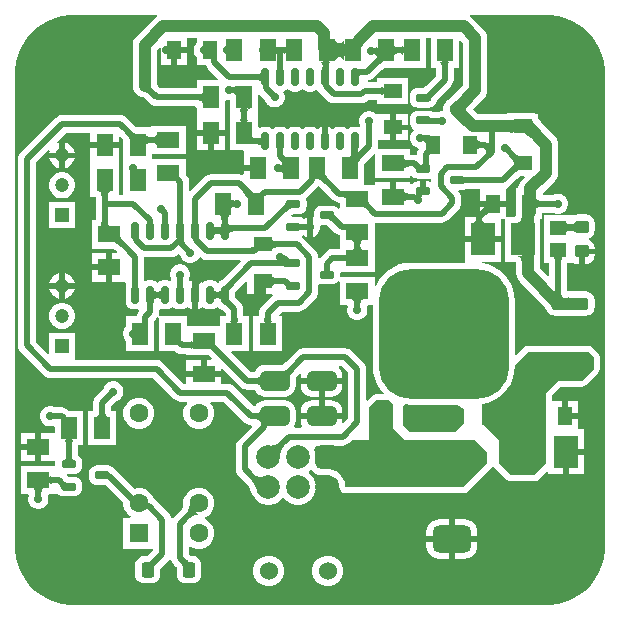
<source format=gtl>
G04*
G04 #@! TF.GenerationSoftware,Altium Limited,Altium Designer,23.9.2 (47)*
G04*
G04 Layer_Physical_Order=1*
G04 Layer_Color=255*
%FSLAX44Y44*%
%MOMM*%
G71*
G04*
G04 #@! TF.SameCoordinates,8776A3A0-EF5A-4BC1-B825-7BE02FDD750C*
G04*
G04*
G04 #@! TF.FilePolarity,Positive*
G04*
G01*
G75*
G04:AMPARAMS|DCode=15|XSize=0.6mm|YSize=1.45mm|CornerRadius=0.15mm|HoleSize=0mm|Usage=FLASHONLY|Rotation=0.000|XOffset=0mm|YOffset=0mm|HoleType=Round|Shape=RoundedRectangle|*
%AMROUNDEDRECTD15*
21,1,0.6000,1.1500,0,0,0.0*
21,1,0.3000,1.4500,0,0,0.0*
1,1,0.3000,0.1500,-0.5750*
1,1,0.3000,-0.1500,-0.5750*
1,1,0.3000,-0.1500,0.5750*
1,1,0.3000,0.1500,0.5750*
%
%ADD15ROUNDEDRECTD15*%
G04:AMPARAMS|DCode=16|XSize=11mm|YSize=11mm|CornerRadius=2.75mm|HoleSize=0mm|Usage=FLASHONLY|Rotation=270.000|XOffset=0mm|YOffset=0mm|HoleType=Round|Shape=RoundedRectangle|*
%AMROUNDEDRECTD16*
21,1,11.0000,5.5000,0,0,270.0*
21,1,5.5000,11.0000,0,0,270.0*
1,1,5.5000,-2.7500,-2.7500*
1,1,5.5000,-2.7500,2.7500*
1,1,5.5000,2.7500,2.7500*
1,1,5.5000,2.7500,-2.7500*
%
%ADD16ROUNDEDRECTD16*%
G04:AMPARAMS|DCode=17|XSize=1.05mm|YSize=3.1mm|CornerRadius=0.2625mm|HoleSize=0mm|Usage=FLASHONLY|Rotation=270.000|XOffset=0mm|YOffset=0mm|HoleType=Round|Shape=RoundedRectangle|*
%AMROUNDEDRECTD17*
21,1,1.0500,2.5750,0,0,270.0*
21,1,0.5250,3.1000,0,0,270.0*
1,1,0.5250,-1.2875,-0.2625*
1,1,0.5250,-1.2875,0.2625*
1,1,0.5250,1.2875,0.2625*
1,1,0.5250,1.2875,-0.2625*
%
%ADD17ROUNDEDRECTD17*%
%ADD18R,1.3500X1.1500*%
%ADD19R,1.9500X1.4000*%
%ADD20R,1.4000X1.9500*%
G04:AMPARAMS|DCode=21|XSize=0.65mm|YSize=1.25mm|CornerRadius=0.1625mm|HoleSize=0mm|Usage=FLASHONLY|Rotation=90.000|XOffset=0mm|YOffset=0mm|HoleType=Round|Shape=RoundedRectangle|*
%AMROUNDEDRECTD21*
21,1,0.6500,0.9250,0,0,90.0*
21,1,0.3250,1.2500,0,0,90.0*
1,1,0.3250,0.4625,0.1625*
1,1,0.3250,0.4625,-0.1625*
1,1,0.3250,-0.4625,-0.1625*
1,1,0.3250,-0.4625,0.1625*
%
%ADD21ROUNDEDRECTD21*%
G04:AMPARAMS|DCode=22|XSize=1.75mm|YSize=1.25mm|CornerRadius=0.3125mm|HoleSize=0mm|Usage=FLASHONLY|Rotation=90.000|XOffset=0mm|YOffset=0mm|HoleType=Round|Shape=RoundedRectangle|*
%AMROUNDEDRECTD22*
21,1,1.7500,0.6250,0,0,90.0*
21,1,1.1250,1.2500,0,0,90.0*
1,1,0.6250,0.3125,0.5625*
1,1,0.6250,0.3125,-0.5625*
1,1,0.6250,-0.3125,-0.5625*
1,1,0.6250,-0.3125,0.5625*
%
%ADD22ROUNDEDRECTD22*%
G04:AMPARAMS|DCode=23|XSize=1.3mm|YSize=1.1mm|CornerRadius=0.275mm|HoleSize=0mm|Usage=FLASHONLY|Rotation=270.000|XOffset=0mm|YOffset=0mm|HoleType=Round|Shape=RoundedRectangle|*
%AMROUNDEDRECTD23*
21,1,1.3000,0.5500,0,0,270.0*
21,1,0.7500,1.1000,0,0,270.0*
1,1,0.5500,-0.2750,-0.3750*
1,1,0.5500,-0.2750,0.3750*
1,1,0.5500,0.2750,0.3750*
1,1,0.5500,0.2750,-0.3750*
%
%ADD23ROUNDEDRECTD23*%
G04:AMPARAMS|DCode=24|XSize=1.2mm|YSize=1.1mm|CornerRadius=0.275mm|HoleSize=0mm|Usage=FLASHONLY|Rotation=180.000|XOffset=0mm|YOffset=0mm|HoleType=Round|Shape=RoundedRectangle|*
%AMROUNDEDRECTD24*
21,1,1.2000,0.5500,0,0,180.0*
21,1,0.6500,1.1000,0,0,180.0*
1,1,0.5500,-0.3250,0.2750*
1,1,0.5500,0.3250,0.2750*
1,1,0.5500,0.3250,-0.2750*
1,1,0.5500,-0.3250,-0.2750*
%
%ADD24ROUNDEDRECTD24*%
G04:AMPARAMS|DCode=25|XSize=1.7mm|YSize=2.5mm|CornerRadius=0.425mm|HoleSize=0mm|Usage=FLASHONLY|Rotation=270.000|XOffset=0mm|YOffset=0mm|HoleType=Round|Shape=RoundedRectangle|*
%AMROUNDEDRECTD25*
21,1,1.7000,1.6500,0,0,270.0*
21,1,0.8500,2.5000,0,0,270.0*
1,1,0.8500,-0.8250,-0.4250*
1,1,0.8500,-0.8250,0.4250*
1,1,0.8500,0.8250,0.4250*
1,1,0.8500,0.8250,-0.4250*
%
%ADD25ROUNDEDRECTD25*%
G04:AMPARAMS|DCode=26|XSize=3.3mm|YSize=2.3mm|CornerRadius=0.575mm|HoleSize=0mm|Usage=FLASHONLY|Rotation=180.000|XOffset=0mm|YOffset=0mm|HoleType=Round|Shape=RoundedRectangle|*
%AMROUNDEDRECTD26*
21,1,3.3000,1.1500,0,0,180.0*
21,1,2.1500,2.3000,0,0,180.0*
1,1,1.1500,-1.0750,0.5750*
1,1,1.1500,1.0750,0.5750*
1,1,1.1500,1.0750,-0.5750*
1,1,1.1500,-1.0750,-0.5750*
%
%ADD26ROUNDEDRECTD26*%
%ADD27R,1.6000X1.2000*%
%ADD28R,1.2000X1.6000*%
%ADD29R,2.0000X2.8000*%
%ADD53C,0.5000*%
%ADD54C,1.0000*%
%ADD55R,1.2000X1.2000*%
%ADD56C,1.2000*%
%ADD57C,1.6000*%
%ADD58R,1.6000X1.6000*%
%ADD59C,7.0000*%
%ADD60C,2.0000*%
G04:AMPARAMS|DCode=61|XSize=2mm|YSize=2mm|CornerRadius=0.5mm|HoleSize=0mm|Usage=FLASHONLY|Rotation=0.000|XOffset=0mm|YOffset=0mm|HoleType=Round|Shape=RoundedRectangle|*
%AMROUNDEDRECTD61*
21,1,2.0000,1.0000,0,0,0.0*
21,1,1.0000,2.0000,0,0,0.0*
1,1,1.0000,0.5000,-0.5000*
1,1,1.0000,-0.5000,-0.5000*
1,1,1.0000,-0.5000,0.5000*
1,1,1.0000,0.5000,0.5000*
%
%ADD61ROUNDEDRECTD61*%
%ADD62C,1.5240*%
%ADD63C,0.7000*%
%ADD64C,0.5000*%
G36*
X279030Y525051D02*
X279069Y525047D01*
X280970Y525000D01*
Y515000D01*
X279069Y514953D01*
X279030Y514949D01*
Y510280D01*
X278930Y511177D01*
X278631Y511979D01*
X278130Y512687D01*
X277430Y513301D01*
X276530Y513820D01*
X275431Y514245D01*
X275000Y514354D01*
X274569Y514245D01*
X273470Y513820D01*
X272570Y513301D01*
X271870Y512687D01*
X271369Y511979D01*
X271070Y511177D01*
X270970Y510280D01*
Y514949D01*
X270931Y514953D01*
X269030Y515000D01*
Y525000D01*
X270931Y525047D01*
X270970Y525051D01*
Y529720D01*
X271070Y528823D01*
X271369Y528021D01*
X271870Y527313D01*
X272570Y526699D01*
X273470Y526180D01*
X274569Y525755D01*
X275000Y525646D01*
X275431Y525755D01*
X276530Y526180D01*
X277430Y526699D01*
X278130Y527313D01*
X278631Y528021D01*
X278930Y528823D01*
X279030Y529720D01*
Y525051D01*
D02*
G37*
G36*
X329061Y515000D02*
X329011Y515475D01*
X328860Y515900D01*
X328608Y516275D01*
X328256Y516600D01*
X327803Y516875D01*
X327250Y517100D01*
X326596Y517275D01*
X325841Y517400D01*
X325003Y517473D01*
X324170Y517400D01*
X323419Y517275D01*
X322770Y517100D01*
X322220Y516875D01*
X321769Y516600D01*
X321419Y516275D01*
X321170Y515900D01*
X321020Y515475D01*
X320970Y515000D01*
Y525000D01*
X321020Y524525D01*
X321170Y524100D01*
X321419Y523725D01*
X321769Y523400D01*
X322220Y523125D01*
X322770Y522900D01*
X323419Y522725D01*
X324170Y522600D01*
X325003Y522527D01*
X325841Y522600D01*
X326596Y522725D01*
X327250Y522900D01*
X327803Y523125D01*
X328256Y523400D01*
X328608Y523725D01*
X328860Y524100D01*
X329011Y524525D01*
X329061Y525000D01*
Y515000D01*
D02*
G37*
G36*
X229061Y515970D02*
X229020Y516260D01*
X228899Y516521D01*
X228696Y516750D01*
X228411Y516949D01*
X228046Y517117D01*
X227599Y517255D01*
X227071Y517362D01*
X226462Y517439D01*
X225772Y517485D01*
X225000Y517500D01*
X224234Y517485D01*
X222945Y517362D01*
X222421Y517255D01*
X221977Y517117D01*
X221614Y516949D01*
X221332Y516750D01*
X221131Y516521D01*
X221010Y516260D01*
X220970Y515970D01*
Y524030D01*
X221010Y523740D01*
X221131Y523479D01*
X221332Y523250D01*
X221614Y523051D01*
X221977Y522883D01*
X222421Y522745D01*
X222945Y522638D01*
X223549Y522561D01*
X224234Y522515D01*
X225000Y522500D01*
X225772Y522515D01*
X227071Y522638D01*
X227599Y522745D01*
X228046Y522883D01*
X228411Y523051D01*
X228696Y523250D01*
X228899Y523479D01*
X229020Y523740D01*
X229061Y524030D01*
Y515970D01*
D02*
G37*
G36*
X307061Y514743D02*
X307332Y515379D01*
X307476Y515979D01*
X307479Y516508D01*
X307341Y516965D01*
X307061Y517351D01*
X314102Y510311D01*
X313715Y510591D01*
X313258Y510729D01*
X312729Y510726D01*
X312129Y510582D01*
X311458Y510296D01*
X310715Y509868D01*
X309901Y509300D01*
X309015Y508590D01*
X307031Y506745D01*
X303495Y510280D01*
X304488Y511309D01*
X306050Y513151D01*
X306618Y513965D01*
X307008Y514641D01*
X306860Y515058D01*
X306608Y515433D01*
X306256Y515758D01*
X305803Y516033D01*
X305250Y516258D01*
X304596Y516433D01*
X303841Y516558D01*
X302986Y516633D01*
X302031Y516658D01*
Y521658D01*
X302986Y521683D01*
X303841Y521758D01*
X304596Y521883D01*
X305250Y522058D01*
X305803Y522283D01*
X306256Y522558D01*
X306608Y522883D01*
X306860Y523258D01*
X307011Y523683D01*
X307061Y524158D01*
Y514743D01*
D02*
G37*
G36*
X154500Y526521D02*
X153198Y525219D01*
X152079Y523281D01*
X151500Y521119D01*
Y518881D01*
X152079Y516719D01*
X153198Y514781D01*
X154500Y513479D01*
Y507000D01*
X161977D01*
X162449Y505861D01*
X163651Y504294D01*
X172022Y495923D01*
X171536Y494750D01*
X154000D01*
Y487599D01*
X153896Y487596D01*
X153757Y487565D01*
X123238D01*
X123061Y487746D01*
X121332Y489652D01*
X120186Y491071D01*
X120086Y491214D01*
Y519964D01*
X122327Y522205D01*
X123500Y521719D01*
Y507000D01*
X132000D01*
Y520000D01*
X134500D01*
Y522500D01*
X145500D01*
Y529914D01*
X154500D01*
Y526521D01*
D02*
G37*
G36*
X368525Y510261D02*
X368100Y510110D01*
X367725Y509858D01*
X367400Y509506D01*
X367125Y509053D01*
X366900Y508500D01*
X366725Y507846D01*
X366600Y507091D01*
X366525Y506236D01*
X366500Y505280D01*
X361500D01*
X361475Y506236D01*
X361400Y507091D01*
X361275Y507846D01*
X361100Y508500D01*
X360875Y509053D01*
X360600Y509506D01*
X360275Y509858D01*
X359900Y510110D01*
X359475Y510261D01*
X359000Y510311D01*
X369000D01*
X368525Y510261D01*
D02*
G37*
G36*
X352000Y505250D02*
X356401D01*
X356404Y505147D01*
X356435Y505008D01*
Y497883D01*
X348644Y490092D01*
X348535Y490025D01*
X346756Y488376D01*
X346173Y487911D01*
X346023Y487807D01*
X341125D01*
X339395Y487579D01*
X337784Y486912D01*
X336400Y485850D01*
X335338Y484466D01*
X334670Y482854D01*
X334443Y481125D01*
Y477875D01*
X334670Y476146D01*
X335338Y474534D01*
X336400Y473150D01*
X337784Y472088D01*
X339395Y471421D01*
X341125Y471193D01*
X350375D01*
X352104Y471421D01*
X353716Y472088D01*
X355100Y473150D01*
X355726Y473965D01*
X355883Y474100D01*
X355913Y474159D01*
X355962Y474204D01*
X356051Y474390D01*
X356162Y474534D01*
X356418Y475151D01*
X356785Y475873D01*
X356790Y475939D01*
X356818Y475999D01*
X356878Y476233D01*
X356900Y476294D01*
X356966Y476441D01*
X357087Y476664D01*
X357268Y476953D01*
X357452Y477215D01*
X358703Y478694D01*
X359194Y479200D01*
X359279Y479331D01*
X369349Y489401D01*
X369349Y489401D01*
X370551Y490968D01*
X371307Y492792D01*
X371565Y494750D01*
X371565Y494750D01*
Y505008D01*
X371596Y505147D01*
X371599Y505250D01*
X376000D01*
Y528077D01*
X377173Y528563D01*
X379914Y525822D01*
Y490428D01*
X377012Y487527D01*
X376965Y487496D01*
X370128Y480785D01*
X367118Y478027D01*
X366675Y477663D01*
X366384Y477453D01*
X366284Y477412D01*
X365774Y477021D01*
X365578Y476903D01*
X365521Y476827D01*
X364900Y476350D01*
X363838Y474966D01*
X363171Y473354D01*
X362943Y471625D01*
Y469425D01*
X362813Y468359D01*
X361687Y468223D01*
X360558D01*
X358396Y467643D01*
X357779Y467287D01*
X357224D01*
X357076Y467320D01*
X356472Y467331D01*
X355396Y467417D01*
X355053Y467468D01*
X354713Y467538D01*
X354430Y467613D01*
X354204Y467689D01*
X354033Y467760D01*
X353912Y467821D01*
X353649Y467981D01*
X353277Y468117D01*
X352948Y468337D01*
X352452Y468436D01*
X352104Y468579D01*
X351961Y468598D01*
X351781Y468664D01*
X351537Y468654D01*
X350375Y468807D01*
X341125D01*
X339395Y468579D01*
X337784Y467912D01*
X336400Y466850D01*
X335338Y465466D01*
X334670Y463854D01*
X334443Y462125D01*
Y458875D01*
X334670Y457146D01*
X335338Y455534D01*
X336400Y454150D01*
X337531Y453282D01*
X337736Y452281D01*
X337705Y451746D01*
X336698Y450740D01*
X335579Y448802D01*
X335000Y446640D01*
Y444402D01*
X335579Y442240D01*
X336698Y440302D01*
X338281Y438719D01*
X340219Y437600D01*
X341418Y437279D01*
X341909Y435832D01*
X341615Y435449D01*
X340859Y433624D01*
X340708Y432474D01*
X340340Y431616D01*
X339332Y431422D01*
X338250Y431565D01*
X334992D01*
X334853Y431596D01*
X334750Y431599D01*
Y436000D01*
X308204D01*
X307370Y437270D01*
X307565Y438750D01*
X307565Y438750D01*
Y443500D01*
X317500D01*
Y454500D01*
Y465500D01*
X307000D01*
X305962Y466059D01*
X305219Y466802D01*
X303281Y467921D01*
X301119Y468500D01*
X298881D01*
X296719Y467921D01*
X294781Y466802D01*
X293198Y465219D01*
X292079Y463281D01*
X291500Y461119D01*
Y458881D01*
X292079Y456719D01*
X292435Y456102D01*
Y455504D01*
X291590Y454939D01*
X291165Y454850D01*
X289600Y455056D01*
X286600D01*
X284903Y454833D01*
X283322Y454178D01*
X281964Y453136D01*
X281536D01*
X280178Y454178D01*
X278597Y454833D01*
X276900Y455056D01*
X273900D01*
X272203Y454833D01*
X270622Y454178D01*
X269264Y453136D01*
X268836D01*
X267478Y454178D01*
X265897Y454833D01*
X265200Y454924D01*
Y451770D01*
X265320Y449904D01*
X265398Y449546D01*
X265486Y449269D01*
X265584Y449073D01*
X265200D01*
Y442750D01*
X260200D01*
Y449073D01*
X259816D01*
X259863Y449195D01*
X259906Y449408D01*
X259944Y449715D01*
X260004Y450605D01*
X260067Y454449D01*
X260200Y454455D01*
Y454924D01*
X259503Y454833D01*
X257922Y454178D01*
X256564Y453136D01*
X256136D01*
X254778Y454178D01*
X253197Y454833D01*
X251500Y455056D01*
X248500D01*
X246803Y454833D01*
X245222Y454178D01*
X243864Y453136D01*
X243436D01*
X242078Y454178D01*
X240497Y454833D01*
X238800Y455056D01*
X235800D01*
X234103Y454833D01*
X232522Y454178D01*
X231164Y453136D01*
X230736D01*
X229378Y454178D01*
X227797Y454833D01*
X226100Y455056D01*
X223100D01*
X221403Y454833D01*
X219822Y454178D01*
X218464Y453136D01*
X218036D01*
X216678Y454178D01*
X215097Y454833D01*
X213400Y455056D01*
X210400D01*
X208703Y454833D01*
X207270Y454239D01*
X206135Y454664D01*
X206000Y454731D01*
Y464750D01*
X206000D01*
Y465250D01*
X206000D01*
Y472258D01*
X206065Y472750D01*
X206000Y473242D01*
Y482079D01*
X207270Y482388D01*
X211765Y477894D01*
X212079Y476719D01*
X213198Y474781D01*
X214781Y473198D01*
X216719Y472079D01*
X218881Y471500D01*
X221119D01*
X223281Y472079D01*
X225219Y473198D01*
X226802Y474781D01*
X227921Y476719D01*
X228500Y478881D01*
Y481119D01*
X227921Y483281D01*
X227509Y483994D01*
X228201Y485335D01*
X229378Y485822D01*
X229998Y486298D01*
X230950Y486760D01*
X231902Y486298D01*
X232522Y485822D01*
X234103Y485167D01*
X235800Y484944D01*
X238800D01*
X240497Y485167D01*
X242078Y485822D01*
X242698Y486298D01*
X243650Y486760D01*
X244602Y486298D01*
X245222Y485822D01*
X246803Y485167D01*
X248500Y484944D01*
X251500D01*
X253197Y485167D01*
X254778Y485822D01*
X255113Y486079D01*
X255453Y486117D01*
X256646Y485691D01*
X256665Y485669D01*
X257851Y484123D01*
X264823Y477151D01*
X264823Y477151D01*
X266390Y475949D01*
X268214Y475193D01*
X270172Y474935D01*
X293328D01*
X295286Y475193D01*
X297110Y475949D01*
X298677Y477151D01*
X299461Y477935D01*
X306758D01*
X306897Y477904D01*
X307000Y477901D01*
Y474500D01*
X333000D01*
Y496500D01*
X307000D01*
Y493099D01*
X306897Y493096D01*
X306758Y493065D01*
X299059D01*
X298975Y494335D01*
X300558Y494543D01*
X302382Y495299D01*
X303949Y496501D01*
X310391Y502943D01*
X310501Y503011D01*
X312350Y504729D01*
X312959Y505217D01*
X313006Y505250D01*
X313916D01*
X314102Y505213D01*
X314288Y505250D01*
X348000D01*
Y529914D01*
X352000D01*
Y505250D01*
D02*
G37*
G36*
X267725Y510261D02*
X267300Y510110D01*
X266925Y509858D01*
X266600Y509506D01*
X266325Y509053D01*
X266100Y508500D01*
X265925Y507846D01*
X265800Y507091D01*
X265725Y506236D01*
X265700Y505280D01*
X265628D01*
X265584Y503573D01*
X259816D01*
X259984Y503870D01*
X260134Y504230D01*
X260267Y504654D01*
X260382Y505141D01*
X260479Y505691D01*
X260614Y506928D01*
X260600Y507091D01*
X260475Y507846D01*
X260300Y508500D01*
X260075Y509053D01*
X259800Y509506D01*
X259475Y509858D01*
X259100Y510110D01*
X258675Y510261D01*
X258200Y510311D01*
X268200D01*
X267725Y510261D01*
D02*
G37*
G36*
X227104Y508153D02*
X227346Y503978D01*
X227411Y503732D01*
X227484Y503573D01*
X221716D01*
X221789Y503732D01*
X221854Y503978D01*
X221912Y504312D01*
X221962Y504734D01*
X222065Y506523D01*
X222100Y509099D01*
X227100D01*
X227104Y508153D01*
D02*
G37*
G36*
X290233Y504378D02*
X290392Y504372D01*
X295225Y504350D01*
X296098Y499350D01*
X295089Y499325D01*
X294192Y499250D01*
X293408Y499125D01*
X292736Y498950D01*
X292177Y498725D01*
X291730Y498450D01*
X291396Y498125D01*
X291174Y497750D01*
X291065Y497325D01*
X291068Y496850D01*
X290173Y504384D01*
X290233Y504378D01*
D02*
G37*
G36*
X208932Y492250D02*
X208882Y492725D01*
X208731Y493150D01*
X208479Y493525D01*
X208127Y493850D01*
X207675Y494125D01*
X207121Y494350D01*
X206467Y494525D01*
X205713Y494650D01*
X204858Y494725D01*
X203902Y494750D01*
Y499750D01*
X204858Y499775D01*
X205713Y499850D01*
X206467Y499975D01*
X207121Y500150D01*
X207675Y500375D01*
X208127Y500650D01*
X208479Y500975D01*
X208731Y501350D01*
X208882Y501775D01*
X208932Y502250D01*
Y492250D01*
D02*
G37*
G36*
X355536Y482751D02*
X354923Y482119D01*
X353414Y480334D01*
X353020Y479775D01*
X352682Y479234D01*
X352398Y478712D01*
X352169Y478207D01*
X351996Y477721D01*
X351877Y477253D01*
X344930Y482720D01*
X345354Y482478D01*
X345840Y482369D01*
X346390Y482393D01*
X347002Y482550D01*
X347678Y482840D01*
X348417Y483263D01*
X349218Y483819D01*
X350083Y484509D01*
X352001Y486286D01*
X355536Y482751D01*
D02*
G37*
G36*
X187031Y481250D02*
X186980Y481725D01*
X186831Y482150D01*
X186581Y482525D01*
X186231Y482850D01*
X185781Y483125D01*
X185231Y483350D01*
X184580Y483525D01*
X183831Y483650D01*
X182980Y483725D01*
X182031Y483750D01*
Y488750D01*
X182980Y488760D01*
X185231Y488905D01*
X185781Y488992D01*
X186231Y489099D01*
X186581Y489225D01*
X186831Y489370D01*
X186980Y489535D01*
X187031Y489720D01*
Y481250D01*
D02*
G37*
G36*
X312061Y480500D02*
X312011Y480975D01*
X311860Y481400D01*
X311608Y481775D01*
X311256Y482100D01*
X310803Y482375D01*
X310250Y482600D01*
X309596Y482775D01*
X308841Y482900D01*
X307986Y482975D01*
X307031Y483000D01*
Y488000D01*
X307986Y488025D01*
X308841Y488100D01*
X309596Y488225D01*
X310250Y488400D01*
X310803Y488625D01*
X311256Y488900D01*
X311608Y489225D01*
X311860Y489600D01*
X312011Y490025D01*
X312061Y490500D01*
Y480500D01*
D02*
G37*
G36*
X115074Y489765D02*
X115284Y489282D01*
X115628Y488697D01*
X116105Y488011D01*
X117459Y486335D01*
X119346Y484254D01*
X121768Y481768D01*
X118232Y478232D01*
X116939Y479510D01*
X111989Y483895D01*
X111303Y484372D01*
X110718Y484716D01*
X110235Y484926D01*
X109852Y485002D01*
X114998Y490148D01*
X115074Y489765D01*
D02*
G37*
G36*
X159031Y475000D02*
X158981Y475475D01*
X158830Y475900D01*
X158581Y476275D01*
X158230Y476600D01*
X157781Y476875D01*
X157231Y477100D01*
X156580Y477275D01*
X155830Y477400D01*
X154980Y477475D01*
X154031Y477500D01*
Y482500D01*
X154980Y482525D01*
X155830Y482600D01*
X156580Y482725D01*
X157231Y482900D01*
X157781Y483125D01*
X158230Y483400D01*
X158581Y483725D01*
X158830Y484100D01*
X158981Y484525D01*
X159031Y485000D01*
Y475000D01*
D02*
G37*
G36*
X198525Y470261D02*
X198100Y470110D01*
X197725Y469858D01*
X197400Y469506D01*
X197125Y469053D01*
X196900Y468500D01*
X196725Y467846D01*
X196600Y467091D01*
X196525Y466236D01*
X196500Y465280D01*
X191500D01*
X191475Y466236D01*
X191400Y467091D01*
X191275Y467846D01*
X191100Y468500D01*
X190875Y469053D01*
X190600Y469506D01*
X190275Y469858D01*
X189900Y470110D01*
X189475Y470261D01*
X189000Y470311D01*
X199000D01*
X198525Y470261D01*
D02*
G37*
G36*
X196525Y463764D02*
X196600Y462909D01*
X196725Y462154D01*
X196900Y461500D01*
X197125Y460947D01*
X197400Y460494D01*
X197725Y460142D01*
X198100Y459890D01*
X198525Y459739D01*
X199000Y459689D01*
X189000D01*
X189475Y459739D01*
X189900Y459890D01*
X190275Y460142D01*
X190600Y460494D01*
X190875Y460947D01*
X191100Y461500D01*
X191275Y462154D01*
X191400Y462909D01*
X191475Y463764D01*
X191500Y464720D01*
X196500D01*
X196525Y463764D01*
D02*
G37*
G36*
X351435Y463360D02*
X351909Y463121D01*
X352419Y462911D01*
X352963Y462728D01*
X353544Y462574D01*
X354160Y462447D01*
X354812Y462349D01*
X356223Y462237D01*
X356981Y462223D01*
X357001Y457223D01*
X350997Y457373D01*
Y463627D01*
X351435Y463360D01*
D02*
G37*
G36*
X387572Y476751D02*
X386285Y475446D01*
X381743Y470273D01*
X381554Y470000D01*
X381743Y469727D01*
X383182Y467928D01*
X385125Y465768D01*
X387572Y463249D01*
X380536Y456143D01*
X369003Y466873D01*
X375621Y470000D01*
X369003Y473127D01*
X369299Y473270D01*
X369785Y473620D01*
X370462Y474176D01*
X373636Y477086D01*
X380536Y483857D01*
X387572Y476751D01*
D02*
G37*
G36*
X422030Y458609D02*
X422061Y458888D01*
X422030Y449530D01*
X421931Y449715D01*
X421631Y449879D01*
X421130Y450025D01*
X420430Y450151D01*
X419530Y450258D01*
X417131Y450413D01*
X412030Y450500D01*
Y460500D01*
X413931Y460510D01*
X421130Y460975D01*
X421631Y461120D01*
X421931Y461285D01*
X422030Y461469D01*
Y458609D01*
D02*
G37*
G36*
X120311Y439000D02*
X120261Y439475D01*
X120110Y439900D01*
X119858Y440275D01*
X119506Y440600D01*
X119053Y440875D01*
X118500Y441100D01*
X117846Y441275D01*
X117092Y441400D01*
X116236Y441475D01*
X115626Y441491D01*
X115020Y441475D01*
X114170Y441400D01*
X113420Y441275D01*
X112769Y441100D01*
X112219Y440875D01*
X111770Y440600D01*
X111419Y440275D01*
X111170Y439900D01*
X111019Y439475D01*
X110969Y439000D01*
Y449000D01*
X111019Y448525D01*
X111170Y448100D01*
X111419Y447725D01*
X111770Y447400D01*
X112219Y447125D01*
X112769Y446900D01*
X113420Y446725D01*
X114170Y446600D01*
X115020Y446525D01*
X115626Y446509D01*
X116236Y446525D01*
X117092Y446600D01*
X117846Y446725D01*
X118500Y446900D01*
X119053Y447125D01*
X119506Y447400D01*
X119858Y447725D01*
X120110Y448100D01*
X120261Y448525D01*
X120311Y449000D01*
Y439000D01*
D02*
G37*
G36*
X208932Y437750D02*
X208882Y438225D01*
X208731Y438650D01*
X208479Y439025D01*
X208127Y439350D01*
X207675Y439625D01*
X207121Y439850D01*
X206467Y440025D01*
X205713Y440150D01*
X204858Y440225D01*
X203902Y440250D01*
Y440263D01*
X200970Y440280D01*
Y447750D01*
X201019Y447275D01*
X201169Y446850D01*
X201420Y446475D01*
X201770Y446150D01*
X202220Y445875D01*
X202770Y445650D01*
X203419Y445475D01*
X204170Y445350D01*
X204939Y445282D01*
X205713Y445350D01*
X206467Y445475D01*
X207121Y445650D01*
X207675Y445875D01*
X208127Y446150D01*
X208479Y446475D01*
X208731Y446850D01*
X208882Y447275D01*
X208932Y447750D01*
Y437750D01*
D02*
G37*
G36*
X98059Y452262D02*
X99901Y450700D01*
X100715Y450132D01*
X101458Y449704D01*
X102129Y449418D01*
X102729Y449274D01*
X103258Y449271D01*
X103715Y449409D01*
X104101Y449689D01*
X97061Y442648D01*
X97341Y443035D01*
X97479Y443492D01*
X97476Y444021D01*
X97332Y444621D01*
X97046Y445293D01*
X96618Y446035D01*
X96050Y446849D01*
X95339Y447735D01*
X93495Y449720D01*
X97030Y453255D01*
X98059Y452262D01*
D02*
G37*
G36*
X438076Y460914D02*
X438394Y460193D01*
X438924Y459307D01*
X439667Y458257D01*
X441788Y455662D01*
X444758Y452408D01*
X448576Y448495D01*
X440470Y442459D01*
X438409Y444450D01*
X434719Y447576D01*
X433089Y448713D01*
X431603Y449566D01*
X430261Y450134D01*
X429062Y450417D01*
X428007Y450416D01*
X427095Y450131D01*
X426327Y449561D01*
X437970Y461469D01*
X438076Y460914D01*
D02*
G37*
G36*
X403888Y433888D02*
X397524Y431060D01*
X398034Y431626D01*
X398430Y432191D01*
X398712Y432757D01*
X398882Y433323D01*
X398939Y433888D01*
X398882Y434454D01*
X398712Y435020D01*
X398430Y435586D01*
X398034Y436151D01*
X397524Y436717D01*
X399545Y441768D01*
X399895Y441457D01*
X400208Y441264D01*
X400485Y441187D01*
X400725Y441228D01*
X400927Y441385D01*
X401093Y441659D01*
X401222Y442050D01*
X401315Y442558D01*
X401370Y443182D01*
X401388Y443924D01*
X403888Y433888D01*
D02*
G37*
G36*
X348531Y447970D02*
Y440500D01*
X348480Y440975D01*
X348330Y441400D01*
X348080Y441775D01*
X347730Y442100D01*
X347281Y442375D01*
X346730Y442600D01*
X346081Y442775D01*
X345331Y442900D01*
X344481Y442975D01*
X343531Y443000D01*
Y448000D01*
X348531Y447970D01*
D02*
G37*
G36*
X391489Y444525D02*
X391640Y444100D01*
X391892Y443725D01*
X392244Y443400D01*
X392697Y443125D01*
X393250Y442900D01*
X393904Y442725D01*
X394659Y442600D01*
X395514Y442525D01*
X396469Y442500D01*
Y437500D01*
X395514Y437475D01*
X394659Y437400D01*
X393904Y437275D01*
X393250Y437100D01*
X392697Y436875D01*
X392244Y436600D01*
X391892Y436275D01*
X391640Y435900D01*
X391489Y435475D01*
X391439Y435000D01*
Y445000D01*
X391489Y444525D01*
D02*
G37*
G36*
X423056Y433015D02*
X424894Y431460D01*
X425708Y430894D01*
X426450Y430470D01*
X427122Y430187D01*
X427723Y430045D01*
X428253D01*
X428713Y430187D01*
X429102Y430470D01*
X423147Y424515D01*
X429102Y418561D01*
X428715Y418841D01*
X428258Y418979D01*
X427729Y418976D01*
X427129Y418832D01*
X426457Y418546D01*
X425715Y418118D01*
X424901Y417550D01*
X424015Y416840D01*
X422030Y414995D01*
X418495Y418531D01*
X419488Y419558D01*
X421050Y421401D01*
X421618Y422215D01*
X422046Y422957D01*
X422332Y423629D01*
X422354Y423722D01*
X422030Y423399D01*
X422313Y423787D01*
X422455Y424247D01*
Y424777D01*
X422390Y425053D01*
X422341Y425215D01*
X422061Y425602D01*
X422322Y425340D01*
X422313Y425378D01*
X422030Y426050D01*
X421606Y426793D01*
X421041Y427606D01*
X420333Y428490D01*
X418495Y430470D01*
X422030Y434005D01*
X423056Y433015D01*
D02*
G37*
G36*
X227411Y436268D02*
X227346Y436022D01*
X227288Y435688D01*
X227238Y435266D01*
X227135Y433478D01*
X227104Y431240D01*
X228458Y430064D01*
X228841Y429798D01*
X229168Y429613D01*
X229440Y429509D01*
X229656Y429488D01*
X229816Y429548D01*
X229920Y429689D01*
X227061Y422887D01*
X227088Y423107D01*
X227061Y423214D01*
Y415470D01*
X227015Y415855D01*
X226879Y416200D01*
X226651Y416505D01*
X226331Y416769D01*
X225921Y416992D01*
X225419Y417175D01*
X224826Y417317D01*
X224142Y417419D01*
X223367Y417480D01*
X222500Y417500D01*
Y422500D01*
X223367Y422520D01*
X224142Y422581D01*
X224826Y422683D01*
X225419Y422825D01*
X225921Y423008D01*
X226331Y423231D01*
X226651Y423495D01*
X226847Y423757D01*
X226841Y423768D01*
X226568Y424209D01*
X226195Y424724D01*
X225150Y425977D01*
X223705Y427526D01*
X222832Y428411D01*
X225322Y430901D01*
X222100D01*
X222096Y431847D01*
X221854Y436022D01*
X221789Y436268D01*
X221716Y436427D01*
X227484D01*
X227411Y436268D01*
D02*
G37*
G36*
X290816Y436130D02*
X290666Y435770D01*
X290533Y435346D01*
X290418Y434859D01*
X290321Y434309D01*
X290180Y433016D01*
X290174Y432894D01*
X290200Y432541D01*
X290970Y433255D01*
X294505Y429720D01*
X293515Y428694D01*
X291959Y426856D01*
X291394Y426043D01*
X290970Y425300D01*
X290687Y424628D01*
X290545Y424027D01*
Y423497D01*
X290687Y423037D01*
X290970Y422649D01*
X283924Y429694D01*
X282600Y429689D01*
X283075Y429741D01*
X283500Y429893D01*
X283875Y430146D01*
X284200Y430498D01*
X284475Y430951D01*
X284700Y431504D01*
X284875Y432158D01*
X285000Y432911D01*
X285075Y433765D01*
X285100Y434720D01*
X285172D01*
X285216Y436427D01*
X290984D01*
X290816Y436130D01*
D02*
G37*
G36*
X350666Y427693D02*
X350678Y426889D01*
X350860Y424757D01*
X350969Y424140D01*
X351102Y423568D01*
X351260Y423043D01*
X351441Y422565D01*
X351647Y422133D01*
X351877Y421747D01*
X343166Y422720D01*
X343641Y422720D01*
X344066Y422832D01*
X344441Y423056D01*
X344766Y423391D01*
X345041Y423838D01*
X345266Y424397D01*
X345441Y425068D01*
X345566Y425850D01*
X345641Y426745D01*
X345666Y427751D01*
X350666Y427693D01*
D02*
G37*
G36*
X329739Y428525D02*
X329890Y428100D01*
X330142Y427725D01*
X330494Y427400D01*
X330947Y427125D01*
X331500Y426900D01*
X332154Y426725D01*
X332909Y426600D01*
X333764Y426525D01*
X334720Y426500D01*
Y421500D01*
X333764Y421475D01*
X332909Y421400D01*
X332154Y421275D01*
X331500Y421100D01*
X330947Y420875D01*
X330494Y420600D01*
X330142Y420275D01*
X329890Y419900D01*
X329739Y419475D01*
X329689Y419000D01*
Y429000D01*
X329739Y428525D01*
D02*
G37*
G36*
X459775Y549145D02*
X466106Y547448D01*
X472162Y544940D01*
X477838Y541663D01*
X483038Y537673D01*
X487673Y533038D01*
X491663Y527838D01*
X494940Y522162D01*
X497448Y516106D01*
X499145Y509775D01*
X500000Y503277D01*
Y500000D01*
Y100000D01*
Y96723D01*
X499145Y90225D01*
X497448Y83893D01*
X494940Y77838D01*
X491663Y72162D01*
X487673Y66962D01*
X483038Y62327D01*
X477838Y58337D01*
X472162Y55060D01*
X466106Y52552D01*
X459775Y50855D01*
X453277Y50000D01*
X46723D01*
X40224Y50855D01*
X33893Y52552D01*
X27838Y55060D01*
X22162Y58337D01*
X16962Y62327D01*
X12327Y66962D01*
X8337Y72162D01*
X5060Y77838D01*
X2552Y83893D01*
X856Y90225D01*
X0Y96723D01*
Y100000D01*
Y500000D01*
Y503277D01*
X856Y509775D01*
X2552Y516106D01*
X5060Y522162D01*
X8337Y527838D01*
X12327Y533038D01*
X16962Y537673D01*
X22162Y541663D01*
X27838Y544940D01*
X33893Y547448D01*
X40224Y549145D01*
X46723Y550000D01*
X120550D01*
X120815Y548735D01*
X118726Y547132D01*
X102868Y531274D01*
X101265Y529185D01*
X100257Y526753D01*
X99914Y524142D01*
Y490000D01*
X100257Y487389D01*
X101265Y484957D01*
X102868Y482868D01*
X104957Y481265D01*
X107389Y480257D01*
X108490Y480113D01*
X108554Y480075D01*
X108833Y479881D01*
X113454Y475786D01*
X114650Y474605D01*
X115082Y474321D01*
X116218Y473449D01*
X118042Y472693D01*
X120000Y472435D01*
X152744D01*
X154000Y471266D01*
Y466020D01*
X154000Y465250D01*
X154000Y463980D01*
Y452500D01*
X166000D01*
X178000D01*
Y463980D01*
X178000Y464750D01*
X178000Y466020D01*
Y477073D01*
X179270Y478048D01*
X180381Y477750D01*
X182000D01*
Y465250D01*
X182000D01*
Y464750D01*
X182000D01*
Y435250D01*
X192937D01*
X194000Y434750D01*
Y422500D01*
X206000D01*
Y417500D01*
X194000D01*
Y414743D01*
X192730Y414030D01*
X191458Y414557D01*
X189500Y414815D01*
X165893D01*
X163936Y414557D01*
X162111Y413801D01*
X160544Y412599D01*
X160544Y412599D01*
X148738Y400793D01*
X147565Y401279D01*
Y408750D01*
X147307Y410708D01*
X146551Y412532D01*
X145349Y414099D01*
X144750Y414698D01*
Y428000D01*
X116000D01*
Y432000D01*
X144750D01*
Y456000D01*
X115250D01*
Y454750D01*
X104288D01*
X104101Y454787D01*
X103916Y454750D01*
X103007D01*
X101482Y456044D01*
X100572Y456922D01*
X100443Y457005D01*
X94599Y462849D01*
X93032Y464051D01*
X91208Y464807D01*
X89250Y465065D01*
X40000D01*
X38042Y464807D01*
X36218Y464051D01*
X34651Y462849D01*
X34651Y462849D01*
X4651Y432849D01*
X3449Y431282D01*
X2693Y429458D01*
X2435Y427500D01*
Y270000D01*
X2693Y268042D01*
X3449Y266218D01*
X4651Y264651D01*
X24651Y244651D01*
X26218Y243449D01*
X28042Y242693D01*
X30000Y242435D01*
X116867D01*
X134651Y224651D01*
X134651Y224651D01*
X136218Y223449D01*
X138042Y222693D01*
X140000Y222435D01*
X140000Y222435D01*
X145691D01*
X146177Y221262D01*
X145397Y220482D01*
X143686Y217518D01*
X142800Y214212D01*
Y210788D01*
X143686Y207482D01*
X145397Y204518D01*
X147818Y202097D01*
X150782Y200386D01*
X154088Y199500D01*
X157512D01*
X160818Y200386D01*
X163782Y202097D01*
X166203Y204518D01*
X167914Y207482D01*
X168800Y210788D01*
Y214212D01*
X167914Y217518D01*
X166203Y220482D01*
X165423Y221262D01*
X165909Y222435D01*
X176867D01*
X194651Y204651D01*
X196218Y203449D01*
X198042Y202693D01*
X200000Y202435D01*
X200328D01*
X200814Y201262D01*
X189651Y190099D01*
X188449Y188532D01*
X187693Y186708D01*
X187435Y184750D01*
Y165000D01*
X187693Y163042D01*
X188449Y161218D01*
X189651Y159651D01*
X196790Y152512D01*
X196850Y152412D01*
X197177Y152054D01*
X197373Y151803D01*
X198083Y150696D01*
X198363Y150184D01*
X200122Y146179D01*
X200553Y145013D01*
X200553Y145013D01*
X200553Y145013D01*
X200827Y144566D01*
X201457Y143045D01*
X203099Y140588D01*
X205188Y138499D01*
X207645Y136857D01*
X210375Y135726D01*
X213273Y135150D01*
X216227D01*
X219125Y135726D01*
X221855Y136857D01*
X224312Y138499D01*
X226401Y140588D01*
X226615Y140908D01*
X227885D01*
X228099Y140588D01*
X230188Y138499D01*
X232645Y136857D01*
X235375Y135726D01*
X238273Y135150D01*
X241227D01*
X244125Y135726D01*
X246855Y136857D01*
X249312Y138499D01*
X251401Y140588D01*
X253043Y143045D01*
X254174Y145775D01*
X254750Y148673D01*
Y151627D01*
X254174Y154525D01*
X253043Y157255D01*
X251401Y159712D01*
X249312Y161801D01*
X248992Y162015D01*
Y163285D01*
X249312Y163499D01*
X250068Y164255D01*
X251754Y164144D01*
X252618Y163018D01*
X254707Y161415D01*
X257139Y160407D01*
X259750Y160064D01*
X264791D01*
X264850Y160052D01*
X265725D01*
X267638Y159671D01*
X269440Y158925D01*
X271062Y157841D01*
X272441Y156462D01*
X273525Y154840D01*
X274272Y153038D01*
X274652Y151125D01*
Y150250D01*
X275040Y148299D01*
X276145Y146645D01*
X276395Y146395D01*
X278049Y145290D01*
X280000Y144902D01*
X380000D01*
X381951Y145290D01*
X383605Y146395D01*
X403605Y166395D01*
X404236Y167340D01*
X405764D01*
X406395Y166395D01*
X406395Y166395D01*
X416395Y156395D01*
X418049Y155290D01*
X420000Y154902D01*
X440000D01*
X441951Y155290D01*
X443605Y156395D01*
X448210Y161000D01*
X448250D01*
Y161040D01*
X450577Y163367D01*
X451750Y162881D01*
Y161000D01*
X464250D01*
Y180000D01*
X466750D01*
Y182500D01*
X481750D01*
Y199000D01*
X476500D01*
Y207500D01*
X465500D01*
Y210000D01*
X463000D01*
Y223000D01*
X455098D01*
Y227888D01*
X462112Y234902D01*
X480000D01*
X481951Y235290D01*
X483605Y236395D01*
X493605Y246395D01*
X494710Y248049D01*
X495098Y250000D01*
Y260019D01*
X494710Y261970D01*
X493605Y263624D01*
X488970Y268258D01*
X487316Y269364D01*
X485365Y269752D01*
X434654D01*
X432703Y269364D01*
X431049Y268258D01*
X424524Y261733D01*
X423350Y262219D01*
Y307500D01*
X422949Y312600D01*
X421755Y317574D01*
X419797Y322300D01*
X417124Y326662D01*
X413802Y330552D01*
X409912Y333874D01*
X405550Y336547D01*
X400824Y338505D01*
X395850Y339699D01*
X395457Y339730D01*
X395507Y341000D01*
X411500D01*
Y357500D01*
X396500D01*
X381500D01*
Y341000D01*
X380606Y340101D01*
X335750D01*
X330650Y339699D01*
X325676Y338505D01*
X320950Y336547D01*
X316588Y333874D01*
X312698Y330552D01*
X309376Y326662D01*
X306703Y322300D01*
X305996Y320593D01*
X304750Y320841D01*
Y328000D01*
X275886D01*
X275557Y328375D01*
Y331625D01*
X275886Y332000D01*
X304750D01*
Y354000D01*
Y373497D01*
X305250Y373935D01*
X361500D01*
X363458Y374193D01*
X365282Y374949D01*
X366849Y376151D01*
X375826Y385128D01*
X377028Y386694D01*
X377784Y388519D01*
X378041Y390477D01*
Y394618D01*
X378041Y394619D01*
X377784Y396577D01*
X377028Y398401D01*
X375826Y399968D01*
X375274Y400519D01*
X375760Y401693D01*
X378875D01*
X379798Y401814D01*
X379967Y401797D01*
X380209Y401868D01*
X380604Y401921D01*
X380952Y402064D01*
X381448Y402163D01*
X381515Y402208D01*
X384473Y402397D01*
X385243Y402402D01*
X385404Y402435D01*
X393500D01*
Y392500D01*
X404500D01*
X415500D01*
Y402710D01*
X417282Y403449D01*
X418849Y404651D01*
X425391Y411193D01*
X425501Y411261D01*
X427350Y412979D01*
X427958Y413467D01*
X428006Y413500D01*
X428915D01*
X429102Y413463D01*
X429288Y413500D01*
X431219D01*
X431705Y412327D01*
X429368Y409990D01*
X427765Y407901D01*
X426757Y405468D01*
X426432Y403000D01*
X424500D01*
Y389655D01*
X424414Y389000D01*
Y384147D01*
X424404Y384103D01*
X424358Y382356D01*
X424239Y381004D01*
X424062Y379940D01*
X423859Y379185D01*
X423784Y379000D01*
X415500D01*
Y387500D01*
X404500D01*
X400569D01*
X403602Y382061D01*
X403305Y382430D01*
X402917Y382639D01*
X402438Y382685D01*
X401868Y382571D01*
X401206Y382295D01*
X400454Y381857D01*
X399610Y381259D01*
X398675Y380499D01*
X396530Y378495D01*
X393500Y381952D01*
Y379000D01*
X381500D01*
Y362500D01*
X396500D01*
X411500D01*
Y377000D01*
X415000D01*
Y341000D01*
X423934D01*
X424009Y340815D01*
X424212Y340060D01*
X424389Y338996D01*
X424508Y337644D01*
X424554Y335897D01*
X424564Y335853D01*
Y331000D01*
X424907Y328390D01*
X425915Y325957D01*
X427518Y323868D01*
X444223Y307163D01*
X444248Y307123D01*
X447419Y303799D01*
X448908Y302061D01*
X449995Y300619D01*
X450313Y300132D01*
X450535Y299743D01*
X450748Y299292D01*
X450899Y299087D01*
X450965Y298930D01*
X451030Y298845D01*
X451110Y298649D01*
X451417Y298340D01*
X452187Y297337D01*
X453780Y296115D01*
X455634Y295346D01*
X457625Y295084D01*
X483375D01*
X485365Y295346D01*
X487220Y296115D01*
X488813Y297337D01*
X490035Y298930D01*
X490804Y300784D01*
X491066Y302775D01*
Y308025D01*
X490804Y310016D01*
X490035Y311870D01*
X488813Y313463D01*
X487220Y314685D01*
X485365Y315454D01*
X483375Y315716D01*
X467598D01*
X467596Y315767D01*
X467565Y315908D01*
Y339757D01*
X467596Y339896D01*
X467599Y340000D01*
X471750D01*
X471750Y340000D01*
X472987Y339920D01*
X474727Y339199D01*
X476750Y338933D01*
X477500D01*
Y349500D01*
X480000D01*
Y352000D01*
X491067D01*
Y352250D01*
X490801Y354273D01*
X490020Y356158D01*
X488777Y357777D01*
X487158Y359020D01*
X486451Y359313D01*
Y360687D01*
X487158Y360980D01*
X488777Y362223D01*
X490020Y363842D01*
X490801Y365727D01*
X491067Y367750D01*
Y373250D01*
X490801Y375273D01*
X490020Y377158D01*
X488777Y378777D01*
X487158Y380020D01*
X485273Y380801D01*
X483250Y381067D01*
X476750D01*
X474727Y380801D01*
X472987Y380080D01*
X471750Y380000D01*
X471750Y380000D01*
X471750Y380000D01*
X448250D01*
Y358500D01*
Y340000D01*
X452401D01*
X452404Y339896D01*
X452435Y339757D01*
Y329138D01*
X451262Y328652D01*
X444736Y335178D01*
Y335934D01*
X444748Y335990D01*
X444788Y341000D01*
X445000D01*
Y345232D01*
X445008Y345254D01*
X445000Y345438D01*
Y345685D01*
X445067Y346020D01*
X445000Y346363D01*
Y373637D01*
X445067Y373979D01*
X445045Y374094D01*
X445062Y374209D01*
X445000Y375526D01*
Y377000D01*
X446500D01*
Y381293D01*
X446523Y381362D01*
X446502Y381699D01*
X446567Y382030D01*
X446775Y382302D01*
X448149Y382393D01*
X449859Y382402D01*
X450021Y382435D01*
X456102D01*
X456719Y382079D01*
X458881Y381500D01*
X461119D01*
X463281Y382079D01*
X465219Y383198D01*
X466802Y384781D01*
X467921Y386719D01*
X468500Y388881D01*
Y391119D01*
X467921Y393281D01*
X466802Y395219D01*
X465219Y396802D01*
X463281Y397921D01*
X461119Y398500D01*
X458881D01*
X456719Y397921D01*
X456102Y397565D01*
X450021D01*
X449859Y397598D01*
X448067Y397608D01*
X447141Y397640D01*
X446827Y398921D01*
X457132Y409226D01*
X458735Y411315D01*
X459743Y413747D01*
X460086Y416358D01*
Y440000D01*
X459743Y442611D01*
X458735Y445043D01*
X457132Y447132D01*
X452255Y452010D01*
X452225Y452055D01*
X448466Y455908D01*
X445647Y458996D01*
X443726Y461345D01*
X443198Y462093D01*
X443000Y462424D01*
Y466500D01*
X438271D01*
X437912Y466567D01*
X437593Y466500D01*
X422691D01*
X422563Y466540D01*
X422295Y466515D01*
X422030Y466567D01*
X421691Y466500D01*
X417000D01*
Y465817D01*
X413753Y465607D01*
X412005Y465598D01*
X411948Y465586D01*
X392428D01*
X391258Y466757D01*
X391229Y466801D01*
X388850Y469250D01*
X388232Y469937D01*
X390019Y471972D01*
X391202Y473171D01*
X391233Y473219D01*
X397132Y479118D01*
X398735Y481207D01*
X399743Y483639D01*
X400086Y486250D01*
Y530000D01*
X399743Y532611D01*
X398735Y535043D01*
X397132Y537132D01*
X387132Y547132D01*
X385043Y548735D01*
X385308Y550000D01*
X453277D01*
X459775Y549145D01*
D02*
G37*
G36*
X305250Y431643D02*
Y412000D01*
X334750D01*
Y413214D01*
X336020Y413645D01*
X336400Y413150D01*
X337784Y412088D01*
X339395Y411421D01*
X341125Y411193D01*
X350375D01*
X351665Y411363D01*
X352812Y410625D01*
Y409375D01*
X351665Y408637D01*
X350375Y408807D01*
X348250D01*
Y400500D01*
X343250D01*
Y408807D01*
X341125D01*
X339395Y408579D01*
X337784Y407912D01*
X336400Y406850D01*
X336020Y406355D01*
X334750Y406786D01*
Y408000D01*
X322500D01*
Y396000D01*
X317500D01*
Y408000D01*
X305250D01*
Y407063D01*
X304750Y406000D01*
X296000D01*
Y421840D01*
X296005Y421853D01*
X296000Y421982D01*
Y422309D01*
X296068Y422649D01*
X296000Y422988D01*
Y423737D01*
X296007Y423747D01*
X297299Y425273D01*
X298172Y426179D01*
X298255Y426307D01*
X304077Y432129D01*
X305250Y431643D01*
D02*
G37*
G36*
X379723Y413008D02*
X380026Y412901D01*
X380405Y412807D01*
X380861Y412726D01*
X382004Y412600D01*
X383452Y412525D01*
X385208Y412500D01*
Y407500D01*
X384292Y407494D01*
X380861Y407274D01*
X380405Y407193D01*
X380026Y407099D01*
X379723Y406992D01*
X379497Y406873D01*
Y413127D01*
X379723Y413008D01*
D02*
G37*
G36*
X262687Y416963D02*
X262545Y416503D01*
Y415973D01*
X262687Y415372D01*
X262969Y414700D01*
X263394Y413957D01*
X263959Y413144D01*
X264667Y412260D01*
X266505Y410280D01*
X262969Y406745D01*
X261944Y407735D01*
X260106Y409291D01*
X259293Y409856D01*
X258550Y410280D01*
X257878Y410563D01*
X257277Y410705D01*
X256747D01*
X256287Y410563D01*
X255898Y410280D01*
X262969Y417351D01*
X262687Y416963D01*
D02*
G37*
G36*
X64000Y442500D02*
X76000D01*
X88000D01*
Y446393D01*
X89173Y446879D01*
X89693Y446359D01*
X89761Y446249D01*
X91479Y444400D01*
X91967Y443792D01*
X92000Y443744D01*
Y442835D01*
X91963Y442648D01*
X92000Y442462D01*
Y425250D01*
X92000Y425250D01*
Y424750D01*
X92000D01*
X92000Y423980D01*
Y422985D01*
X91500Y421119D01*
Y418881D01*
X92000Y417015D01*
Y397565D01*
X88000D01*
Y424750D01*
X88000D01*
Y425250D01*
X88000D01*
Y437500D01*
X76000D01*
X64000D01*
Y425250D01*
X64000D01*
Y424750D01*
X64000D01*
Y395250D01*
X68401D01*
X68404Y395147D01*
X68435Y395008D01*
Y390436D01*
X68415Y390362D01*
X68435Y390200D01*
Y389800D01*
X68415Y389638D01*
X68435Y389564D01*
Y376243D01*
X68404Y376104D01*
X68401Y376000D01*
X65250D01*
Y352000D01*
X82462D01*
X82648Y351963D01*
X82835Y352000D01*
X83743D01*
X85268Y350706D01*
X86178Y349828D01*
X86306Y349745D01*
X86879Y349173D01*
X86392Y348000D01*
X82500D01*
Y336000D01*
Y324000D01*
X93389D01*
X94281Y323096D01*
X94269Y322204D01*
X94181Y320682D01*
X94167Y320560D01*
X94161Y320539D01*
X94160Y320515D01*
X94131Y320352D01*
X94067Y320197D01*
X93974Y319488D01*
X93921Y319268D01*
X93934Y319187D01*
X93923Y319097D01*
X93918Y319073D01*
X93919Y319069D01*
X93844Y318500D01*
Y307000D01*
X94067Y305303D01*
X94722Y303722D01*
X95764Y302364D01*
X97122Y301322D01*
X98703Y300667D01*
X100400Y300444D01*
X103400D01*
X104724Y300618D01*
X105375Y299473D01*
X105151Y299249D01*
X103949Y297682D01*
X103193Y295858D01*
X103047Y294750D01*
X94000D01*
Y286021D01*
X93198Y285219D01*
X92079Y283281D01*
X91500Y281119D01*
Y278881D01*
X92079Y276719D01*
X93198Y274781D01*
X94000Y273979D01*
Y265250D01*
X118000D01*
Y284008D01*
X118065Y284500D01*
X118065Y284500D01*
Y289670D01*
X118067Y289682D01*
X118075Y290777D01*
X119949Y292651D01*
X120730Y293669D01*
X122000Y293238D01*
Y265250D01*
X135302D01*
X135901Y264651D01*
X137468Y263449D01*
X139292Y262693D01*
X141250Y262435D01*
X145070D01*
X145227Y262402D01*
X145250Y262402D01*
Y262000D01*
X149929D01*
X150261Y261933D01*
X150569Y261992D01*
X150881Y261968D01*
X150979Y262000D01*
X162462D01*
X162649Y261963D01*
X162834Y262000D01*
X163743D01*
X165269Y260706D01*
X166178Y259828D01*
X166307Y259745D01*
X166879Y259173D01*
X166393Y258000D01*
X162500D01*
Y248500D01*
X174750D01*
Y249643D01*
X175923Y250129D01*
X191401Y234651D01*
X191401Y234651D01*
X192968Y233449D01*
X194792Y232693D01*
X196750Y232435D01*
X202474D01*
X202614Y232404D01*
X203382Y232384D01*
X203920Y231085D01*
X205403Y229153D01*
X207335Y227670D01*
X209585Y226738D01*
X212000Y226420D01*
X228500D01*
X230915Y226738D01*
X233165Y227670D01*
X235097Y229153D01*
X236580Y231085D01*
X237512Y233335D01*
X237830Y235750D01*
Y242588D01*
X239015Y243990D01*
X239875Y244881D01*
X239958Y245010D01*
X241146Y246197D01*
X242348Y245604D01*
X242170Y244250D01*
Y242500D01*
X259750D01*
X277330D01*
Y244250D01*
X277012Y246665D01*
X276080Y248915D01*
X274597Y250847D01*
X274182Y251165D01*
X274614Y252435D01*
X276867D01*
X282435Y246867D01*
Y208133D01*
X278392Y204090D01*
X277189Y204684D01*
X277330Y205750D01*
Y207500D01*
X259750D01*
X242170D01*
Y205750D01*
X242488Y203335D01*
X243255Y201485D01*
X242631Y200215D01*
X237369D01*
X236745Y201485D01*
X237512Y203335D01*
X237830Y205750D01*
Y214250D01*
X237512Y216665D01*
X236580Y218915D01*
X235097Y220847D01*
X233165Y222330D01*
X230915Y223262D01*
X228500Y223580D01*
X212000D01*
X209585Y223262D01*
X207335Y222330D01*
X205403Y220847D01*
X203920Y218915D01*
X203820Y218674D01*
X202322Y218376D01*
X185349Y235349D01*
X183782Y236551D01*
X181958Y237307D01*
X180000Y237565D01*
X174750D01*
Y243500D01*
X160000D01*
X145250D01*
Y237565D01*
X143133D01*
X125349Y255349D01*
X123782Y256551D01*
X121958Y257307D01*
X120000Y257565D01*
X51567D01*
X51000Y258600D01*
Y280600D01*
X29000D01*
Y263358D01*
X27827Y262871D01*
X17565Y273133D01*
Y424367D01*
X28505Y435307D01*
X29643Y434649D01*
X29282Y433300D01*
X37500D01*
Y441518D01*
X36151Y441157D01*
X35493Y442295D01*
X43133Y449935D01*
X64000D01*
Y442500D01*
D02*
G37*
G36*
X80525Y400261D02*
X80100Y400110D01*
X79725Y399858D01*
X79400Y399506D01*
X79125Y399053D01*
X78900Y398500D01*
X78725Y397846D01*
X78600Y397091D01*
X78525Y396236D01*
X78500Y395280D01*
X73500D01*
X73475Y396236D01*
X73400Y397091D01*
X73275Y397846D01*
X73100Y398500D01*
X72875Y399053D01*
X72600Y399506D01*
X72275Y399858D01*
X71900Y400110D01*
X71475Y400261D01*
X71000Y400311D01*
X81000D01*
X80525Y400261D01*
D02*
G37*
G36*
X280280Y400970D02*
X280311Y393500D01*
X280259Y393975D01*
X280107Y394400D01*
X279854Y394775D01*
X279501Y395100D01*
X279048Y395375D01*
X278495Y395600D01*
X277842Y395775D01*
X277088Y395900D01*
X276234Y395975D01*
X275280Y396000D01*
Y401000D01*
X280280Y400970D01*
D02*
G37*
G36*
X441520Y394525D02*
X441670Y394100D01*
X441920Y393725D01*
X442270Y393400D01*
X442719Y393125D01*
X443270Y392900D01*
X443919Y392725D01*
X444494Y392629D01*
X447966Y392510D01*
X449830Y392500D01*
Y387500D01*
X447966Y387490D01*
X443657Y387204D01*
X443270Y387100D01*
X442719Y386875D01*
X442270Y386600D01*
X441920Y386275D01*
X441670Y385900D01*
X441520Y385475D01*
X441469Y385000D01*
Y387060D01*
X440441Y386992D01*
X439798Y386836D01*
X439328Y386659D01*
X439033Y386462D01*
Y393538D01*
X439328Y393341D01*
X439798Y393164D01*
X440441Y393008D01*
X441259Y392874D01*
X441469Y392853D01*
Y395000D01*
X441520Y394525D01*
D02*
G37*
G36*
X198056Y402265D02*
X199894Y400709D01*
X200707Y400144D01*
X201450Y399720D01*
X202122Y399437D01*
X202723Y399295D01*
X203253D01*
X203713Y399437D01*
X204102Y399720D01*
X197031Y392649D01*
X197313Y393037D01*
X197455Y393497D01*
Y394027D01*
X197313Y394628D01*
X197031Y395300D01*
X196606Y396043D01*
X196041Y396856D01*
X195333Y397740D01*
X193495Y399720D01*
X197031Y403255D01*
X198056Y402265D01*
D02*
G37*
G36*
X329739Y400525D02*
X329890Y400100D01*
X330142Y399725D01*
X330494Y399400D01*
X330947Y399125D01*
X331500Y398900D01*
X332154Y398725D01*
X332909Y398600D01*
X333764Y398525D01*
X334720Y398500D01*
Y393500D01*
X333764Y393475D01*
X332909Y393400D01*
X332154Y393275D01*
X331500Y393100D01*
X330947Y392875D01*
X330494Y392600D01*
X330142Y392275D01*
X329890Y391900D01*
X329739Y391475D01*
X329689Y391000D01*
Y401000D01*
X329739Y400525D01*
D02*
G37*
G36*
X82500Y392500D02*
Y387500D01*
X78500Y387500D01*
X73500Y390000D01*
X78500Y392500D01*
X82500Y392500D01*
D02*
G37*
G36*
X236570Y386280D02*
X236147Y386522D01*
X235660Y386631D01*
X235110Y386607D01*
X234497Y386450D01*
X233822Y386160D01*
X233083Y385737D01*
X232282Y385181D01*
X231417Y384491D01*
X229499Y382714D01*
X225964Y386249D01*
X226577Y386881D01*
X228086Y388666D01*
X228480Y389225D01*
X228818Y389766D01*
X229102Y390288D01*
X229331Y390793D01*
X229504Y391279D01*
X229623Y391747D01*
X236570Y386280D01*
D02*
G37*
G36*
X258523Y403951D02*
X259429Y403078D01*
X259557Y402995D01*
X269401Y393151D01*
X269401Y393151D01*
X270968Y391949D01*
X272792Y391193D01*
X274750Y390935D01*
X275008D01*
X275147Y390904D01*
X275250Y390901D01*
Y386289D01*
X275237Y386274D01*
X275158Y386217D01*
X273980Y385855D01*
X273600Y386350D01*
X272216Y387412D01*
X270604Y388079D01*
X268875Y388307D01*
X259625D01*
X257896Y388079D01*
X256284Y387412D01*
X254900Y386350D01*
X253838Y384966D01*
X253171Y383354D01*
X252943Y381625D01*
Y379326D01*
X252500Y378982D01*
Y370000D01*
Y361870D01*
X253281Y362079D01*
X255219Y363198D01*
X256802Y364781D01*
X257921Y366719D01*
X258500Y368881D01*
Y370560D01*
X259527Y371706D01*
X259625Y371693D01*
X264523D01*
X264615Y371629D01*
X266093Y370382D01*
X266961Y369545D01*
X267090Y369462D01*
X271401Y365151D01*
X272968Y363949D01*
X274792Y363193D01*
X275250Y363133D01*
Y351565D01*
X269000D01*
X267042Y351307D01*
X265218Y350551D01*
X263651Y349349D01*
X263651Y349349D01*
X258901Y344599D01*
X258335Y343861D01*
X257065Y344292D01*
Y344905D01*
X256807Y346863D01*
X256051Y348687D01*
X254849Y350254D01*
X244254Y360849D01*
X243391Y361511D01*
X243522Y362719D01*
X244655Y363324D01*
X244781Y363198D01*
X246719Y362079D01*
X247500Y361870D01*
Y370000D01*
Y378130D01*
X246719Y377921D01*
X244999Y376928D01*
X243716Y377912D01*
X242104Y378579D01*
X240375Y378807D01*
X234652D01*
X234154Y380077D01*
X234744Y380624D01*
X235327Y381089D01*
X235477Y381193D01*
X240375D01*
X242104Y381421D01*
X243716Y382088D01*
X245100Y383150D01*
X246162Y384534D01*
X246829Y386146D01*
X247057Y387875D01*
Y391125D01*
X246829Y392854D01*
X246217Y394334D01*
X246956Y394901D01*
X256849Y404794D01*
X257451Y404859D01*
X258523Y403951D01*
D02*
G37*
G36*
X182989Y394525D02*
X183140Y394100D01*
X183392Y393725D01*
X183744Y393400D01*
X184197Y393125D01*
X184750Y392900D01*
X185404Y392725D01*
X186159Y392600D01*
X187014Y392525D01*
X187969Y392500D01*
Y387500D01*
X187014Y387475D01*
X186159Y387400D01*
X185404Y387275D01*
X184750Y387100D01*
X184197Y386875D01*
X183744Y386600D01*
X183392Y386275D01*
X183140Y385900D01*
X182989Y385475D01*
X182939Y385000D01*
Y395000D01*
X182989Y394525D01*
D02*
G37*
G36*
X299437Y393713D02*
X299295Y393253D01*
Y392723D01*
X299437Y392122D01*
X299720Y391450D01*
X300144Y390707D01*
X300709Y389894D01*
X301417Y389010D01*
X303255Y387030D01*
X299720Y383495D01*
X298694Y384485D01*
X296856Y386041D01*
X296043Y386606D01*
X295300Y387030D01*
X294628Y387313D01*
X294027Y387455D01*
X293497D01*
X293037Y387313D01*
X292649Y387030D01*
X299720Y394101D01*
X299437Y393713D01*
D02*
G37*
G36*
X395592Y377691D02*
X395655Y376903D01*
X395760Y376209D01*
X395907Y375606D01*
X396096Y375097D01*
X396328Y374680D01*
X396601Y374356D01*
X396916Y374124D01*
X397273Y373985D01*
X397673Y373939D01*
X388470D01*
X388869Y373985D01*
X389226Y374124D01*
X389541Y374356D01*
X389814Y374680D01*
X390046Y375097D01*
X390235Y375606D01*
X390382Y376209D01*
X390487Y376903D01*
X390550Y377691D01*
X390571Y378571D01*
X395571D01*
X395592Y377691D01*
D02*
G37*
G36*
X155204Y378153D02*
X155446Y373978D01*
X155511Y373732D01*
X155584Y373573D01*
X149816D01*
X149889Y373732D01*
X149954Y373978D01*
X150012Y374312D01*
X150062Y374734D01*
X150165Y376523D01*
X150200Y379099D01*
X155200D01*
X155204Y378153D01*
D02*
G37*
G36*
X142504D02*
X142746Y373978D01*
X142811Y373732D01*
X142884Y373573D01*
X137116D01*
X137189Y373732D01*
X137254Y373978D01*
X137312Y374312D01*
X137362Y374734D01*
X137465Y376523D01*
X137500Y379099D01*
X142500D01*
X142504Y378153D01*
D02*
G37*
G36*
X129804D02*
X130046Y373978D01*
X130111Y373732D01*
X130184Y373573D01*
X124416D01*
X124489Y373732D01*
X124554Y373978D01*
X124612Y374312D01*
X124662Y374734D01*
X124765Y376523D01*
X124800Y379099D01*
X129800D01*
X129804Y378153D01*
D02*
G37*
G36*
X270496Y381779D02*
X270669Y381293D01*
X270898Y380788D01*
X271182Y380266D01*
X271520Y379725D01*
X271914Y379166D01*
X272865Y377994D01*
X273423Y377381D01*
X274036Y376749D01*
X270501Y373214D01*
X269510Y374169D01*
X267718Y375681D01*
X266917Y376237D01*
X266178Y376660D01*
X265502Y376950D01*
X264890Y377107D01*
X264340Y377131D01*
X263853Y377022D01*
X263430Y376780D01*
X270377Y382247D01*
X270496Y381779D01*
D02*
G37*
G36*
X439591Y382030D02*
X441469D01*
X441095Y381931D01*
X440760Y381631D01*
X440465Y381130D01*
X440209Y380430D01*
X439992Y379530D01*
X439815Y378430D01*
X439777Y378071D01*
X439969Y373969D01*
X439522Y373969D01*
X439520Y373931D01*
X439500Y372030D01*
X429500D01*
X429506Y373949D01*
X424500Y373939D01*
X425450Y374041D01*
X426300Y374343D01*
X427050Y374846D01*
X427700Y375549D01*
X428250Y376451D01*
X428700Y377555D01*
X429050Y378858D01*
X429300Y380362D01*
X429450Y382066D01*
X429500Y383969D01*
X439500D01*
X439591Y382030D01*
D02*
G37*
G36*
X78525Y375019D02*
X78600Y374170D01*
X78725Y373419D01*
X78900Y372770D01*
X79125Y372220D01*
X79400Y371769D01*
X79725Y371419D01*
X80100Y371170D01*
X80525Y371020D01*
X81000Y370970D01*
X71000D01*
X71475Y371020D01*
X71900Y371170D01*
X72275Y371419D01*
X72600Y371769D01*
X72875Y372220D01*
X73100Y372770D01*
X73275Y373419D01*
X73400Y374170D01*
X73475Y375019D01*
X73500Y375970D01*
X78500D01*
X78525Y375019D01*
D02*
G37*
G36*
X175132Y362250D02*
X175082Y362725D01*
X174931Y363150D01*
X174679Y363525D01*
X174327Y363850D01*
X173875Y364125D01*
X173321Y364350D01*
X172667Y364525D01*
X171913Y364650D01*
X171750Y364664D01*
X171587Y364650D01*
X170833Y364525D01*
X170179Y364350D01*
X169625Y364125D01*
X169173Y363850D01*
X168820Y363525D01*
X168569Y363150D01*
X168418Y362725D01*
X168368Y362250D01*
Y372250D01*
X168418Y371775D01*
X168569Y371350D01*
X168820Y370975D01*
X169173Y370650D01*
X169625Y370375D01*
X170179Y370150D01*
X170833Y369975D01*
X171587Y369850D01*
X171750Y369836D01*
X171913Y369850D01*
X172667Y369975D01*
X173321Y370150D01*
X173875Y370375D01*
X174327Y370650D01*
X174680Y370975D01*
X174931Y371350D01*
X175082Y371775D01*
X175132Y372250D01*
Y362250D01*
D02*
G37*
G36*
X280280Y372970D02*
X280311Y366969D01*
X280274Y367165D01*
X280167Y367341D01*
X279988Y367495D01*
X279739Y367629D01*
X279418Y367742D01*
X279027Y367835D01*
X278564Y367907D01*
X278030Y367959D01*
X276750Y368000D01*
Y373000D01*
X280280Y372970D01*
D02*
G37*
G36*
X466739Y374400D02*
X466890Y373975D01*
X467142Y373600D01*
X467494Y373275D01*
X467947Y373000D01*
X468500Y372775D01*
X469154Y372600D01*
X469908Y372475D01*
X470459Y372427D01*
X471084Y372474D01*
X471942Y372598D01*
X472681Y372772D01*
X473299Y372995D01*
X473798Y373268D01*
X474177Y373591D01*
X474436Y373963D01*
X474574Y374385D01*
X474593Y374856D01*
X475378Y365374D01*
X474846Y365755D01*
X474291Y366095D01*
X473715Y366395D01*
X473116Y366655D01*
X472495Y366875D01*
X471851Y367055D01*
X471186Y367195D01*
X470498Y367295D01*
X470314Y367310D01*
X469908Y367275D01*
X469154Y367150D01*
X468500Y366975D01*
X467947Y366750D01*
X467494Y366475D01*
X467142Y366150D01*
X466890Y365775D01*
X466739Y365350D01*
X466689Y364875D01*
Y374875D01*
X466739Y374400D01*
D02*
G37*
G36*
X182125Y380261D02*
X181700Y380110D01*
X181325Y379858D01*
X181000Y379506D01*
X180725Y379053D01*
X180500Y378500D01*
X180325Y377846D01*
X180211Y377160D01*
X180321Y375691D01*
X180418Y375141D01*
X180533Y374654D01*
X180666Y374230D01*
X180816Y373870D01*
X180984Y373573D01*
X180736D01*
X180746Y373511D01*
X180922Y373089D01*
X181203Y372717D01*
X181589Y372394D01*
X182079Y372121D01*
X182674Y371897D01*
X183373Y371724D01*
X184177Y371599D01*
X185085Y371525D01*
X186098Y371500D01*
Y366500D01*
X185125Y366475D01*
X184256Y366400D01*
X183491Y366275D01*
X182831Y366100D01*
X182276Y365875D01*
X181825Y365600D01*
X181479Y365275D01*
X181238Y364900D01*
X181100Y364475D01*
X181068Y364000D01*
X180690Y373573D01*
X175216D01*
X175194Y373587D01*
X175175Y373696D01*
X175158Y373900D01*
X175122Y375280D01*
X175100D01*
X175075Y376236D01*
X175000Y377091D01*
X174875Y377846D01*
X174700Y378500D01*
X174475Y379053D01*
X174200Y379506D01*
X173875Y379858D01*
X173500Y380110D01*
X173075Y380261D01*
X172600Y380311D01*
X182600D01*
X182125Y380261D01*
D02*
G37*
G36*
X142906Y360914D02*
X142925Y360809D01*
X142942Y360610D01*
X142980Y359457D01*
X142998Y356616D01*
X138000D01*
X137994Y357275D01*
X137860Y359297D01*
X137799Y359649D01*
X137726Y359939D01*
X137642Y360168D01*
X137547Y360335D01*
X137441Y360441D01*
X142884Y360927D01*
X142906Y360914D01*
D02*
G37*
G36*
X89409Y363715D02*
X89271Y363258D01*
X89274Y362729D01*
X89418Y362129D01*
X89704Y361457D01*
X90132Y360715D01*
X90700Y359901D01*
X91411Y359015D01*
X93255Y357030D01*
X89719Y353495D01*
X88692Y354488D01*
X86849Y356050D01*
X86035Y356618D01*
X85293Y357046D01*
X84621Y357332D01*
X84021Y357476D01*
X83492Y357479D01*
X83035Y357341D01*
X82648Y357061D01*
X89689Y364101D01*
X89409Y363715D01*
D02*
G37*
G36*
X294525Y358980D02*
X294100Y358830D01*
X293725Y358581D01*
X293400Y358231D01*
X293125Y357780D01*
X292900Y357230D01*
X292725Y356581D01*
X292600Y355830D01*
X292526Y354997D01*
X292600Y354159D01*
X292725Y353404D01*
X292900Y352750D01*
X293125Y352197D01*
X293400Y351744D01*
X293725Y351392D01*
X294100Y351140D01*
X294525Y350989D01*
X295000Y350939D01*
X285000D01*
X285475Y350989D01*
X285900Y351140D01*
X286275Y351392D01*
X286600Y351744D01*
X286875Y352197D01*
X287100Y352750D01*
X287275Y353404D01*
X287400Y354159D01*
X287474Y354997D01*
X287400Y355830D01*
X287275Y356581D01*
X287100Y357230D01*
X286875Y357780D01*
X286600Y358231D01*
X286275Y358581D01*
X285900Y358830D01*
X285475Y358980D01*
X285000Y359030D01*
X295000D01*
X294525Y358980D01*
D02*
G37*
G36*
X217989Y360025D02*
X218140Y359600D01*
X218392Y359225D01*
X218744Y358900D01*
X219197Y358625D01*
X219750Y358400D01*
X220404Y358225D01*
X221159Y358100D01*
X222014Y358025D01*
X222969Y358000D01*
Y353000D01*
X222014Y352975D01*
X221159Y352900D01*
X220404Y352775D01*
X219750Y352600D01*
X219197Y352375D01*
X218744Y352100D01*
X218392Y351775D01*
X218140Y351400D01*
X217989Y350975D01*
X217939Y350500D01*
Y360500D01*
X217989Y360025D01*
D02*
G37*
G36*
X202031Y349530D02*
X197031Y347500D01*
Y352500D01*
X197984Y352525D01*
X198837Y352600D01*
X199590Y352725D01*
X200243Y352900D01*
X200796Y353125D01*
X201249Y353400D01*
X201602Y353725D01*
X201855Y354100D01*
X202008Y354525D01*
X202061Y355000D01*
X202031Y349530D01*
D02*
G37*
G36*
X464525Y344981D02*
X464100Y344831D01*
X463725Y344580D01*
X463400Y344230D01*
X463125Y343781D01*
X462900Y343231D01*
X462725Y342580D01*
X462600Y341830D01*
X462525Y340980D01*
X462500Y340031D01*
X457500D01*
X457475Y340980D01*
X457400Y341830D01*
X457275Y342580D01*
X457100Y343231D01*
X456875Y343781D01*
X456600Y344230D01*
X456275Y344580D01*
X455900Y344831D01*
X455475Y344980D01*
X455000Y345031D01*
X465000D01*
X464525Y344981D01*
D02*
G37*
G36*
X233185Y342720D02*
X230503Y340038D01*
Y336373D01*
X230277Y336492D01*
X229974Y336599D01*
X229595Y336693D01*
X229139Y336774D01*
X227997Y336900D01*
X226548Y336975D01*
X224792Y337000D01*
Y342000D01*
X225708Y342006D01*
X226644Y342066D01*
X226365Y342350D01*
X229900Y345885D01*
X233185Y342720D01*
D02*
G37*
G36*
X439969Y346030D02*
X439909Y345930D01*
X439855Y345630D01*
X439807Y345131D01*
X439701Y342430D01*
X439650Y336030D01*
X429650D01*
X429600Y337934D01*
X429450Y339638D01*
X429200Y341142D01*
X428850Y342445D01*
X428400Y343548D01*
X427850Y344451D01*
X427200Y345154D01*
X426450Y345657D01*
X425600Y345959D01*
X424650Y346061D01*
X439969Y346030D01*
D02*
G37*
G36*
X140453Y345965D02*
X140637Y345277D01*
X141756Y343339D01*
X143339Y341756D01*
X145277Y340637D01*
X147439Y340058D01*
X149677D01*
X151839Y340637D01*
X153777Y341756D01*
X155360Y343339D01*
X155901Y344277D01*
X156959Y344555D01*
X157504Y344512D01*
X158890Y343449D01*
X160714Y342693D01*
X162672Y342435D01*
X162672Y342435D01*
X190971D01*
X191457Y341262D01*
X177456Y327261D01*
X177321Y327173D01*
X176730Y326592D01*
X175711Y325657D01*
X174907Y325002D01*
X174685Y324843D01*
X174525Y324742D01*
X174500Y324729D01*
X174361Y324670D01*
X174229Y324580D01*
X173950Y324438D01*
X173322Y324178D01*
X173171Y324062D01*
X172976Y323969D01*
X172931Y323918D01*
X172870Y323887D01*
X172730Y323723D01*
X171964Y323136D01*
X171536D01*
X170178Y324178D01*
X168597Y324833D01*
X166900Y325056D01*
X163900D01*
X162203Y324833D01*
X160622Y324178D01*
X159264Y323136D01*
X158836D01*
X157478Y324178D01*
X155897Y324833D01*
X155200Y324924D01*
Y322659D01*
X155698D01*
X155584Y319073D01*
X155200Y319129D01*
Y312750D01*
Y300576D01*
X155897Y300667D01*
X157478Y301322D01*
X158836Y302364D01*
X159264D01*
X160622Y301322D01*
X162203Y300667D01*
X163900Y300444D01*
X166900D01*
X168597Y300667D01*
X170178Y301322D01*
X171536Y302364D01*
X171964D01*
X172764Y301751D01*
X172915Y301578D01*
X172983Y301544D01*
X173035Y301488D01*
X173213Y301406D01*
X173322Y301322D01*
X173979Y301050D01*
X174475Y300804D01*
X174517Y300777D01*
X174582Y300751D01*
X174697Y300694D01*
X174729Y300686D01*
X175265Y300342D01*
X175482Y300177D01*
X176988Y298856D01*
X177534Y298321D01*
X177668Y298234D01*
X178435Y297467D01*
Y294992D01*
X178404Y294853D01*
X178401Y294750D01*
X174000D01*
Y286000D01*
X146000D01*
Y294750D01*
X122746D01*
X121877Y295969D01*
X121907Y296042D01*
X122165Y298000D01*
Y300096D01*
X123188Y300908D01*
X123469Y300930D01*
X124103Y300667D01*
X125800Y300444D01*
X128800D01*
X130497Y300667D01*
X132078Y301322D01*
X133436Y302364D01*
X133864D01*
X135222Y301322D01*
X136803Y300667D01*
X138500Y300444D01*
X141500D01*
X143197Y300667D01*
X144778Y301322D01*
X146136Y302364D01*
X146564D01*
X147922Y301322D01*
X149503Y300667D01*
X150200Y300576D01*
Y312750D01*
Y324924D01*
X149503Y324833D01*
X148868Y324570D01*
X148630Y324579D01*
X147565Y325404D01*
Y326102D01*
X147921Y326719D01*
X148500Y328881D01*
Y331119D01*
X147921Y333281D01*
X146802Y335219D01*
X145219Y336802D01*
X143281Y337921D01*
X141119Y338500D01*
X138881D01*
X136719Y337921D01*
X134781Y336802D01*
X133198Y335219D01*
X132079Y333281D01*
X131500Y331119D01*
Y328881D01*
X132079Y326719D01*
X132435Y326102D01*
Y325404D01*
X131412Y324592D01*
X131131Y324570D01*
X130497Y324833D01*
X128800Y325056D01*
X125800D01*
X124103Y324833D01*
X122522Y324178D01*
X121164Y323136D01*
X120736D01*
X119378Y324178D01*
X117797Y324833D01*
X116100Y325056D01*
X113100D01*
X111403Y324833D01*
X110768Y324570D01*
X110530Y324579D01*
X109465Y325404D01*
Y344850D01*
X109465Y344850D01*
X109540Y344935D01*
X132528D01*
X134486Y345193D01*
X136310Y345949D01*
X137877Y347151D01*
X138572Y347846D01*
X140453Y345965D01*
D02*
G37*
G36*
X217989Y329025D02*
X218140Y328600D01*
X218392Y328225D01*
X218744Y327900D01*
X219197Y327625D01*
X219750Y327400D01*
X220404Y327225D01*
X221159Y327100D01*
X222014Y327025D01*
X222969Y327000D01*
Y322000D01*
X222014Y321975D01*
X221159Y321900D01*
X220404Y321775D01*
X219750Y321600D01*
X219197Y321375D01*
X218744Y321100D01*
X218392Y320775D01*
X218140Y320400D01*
X217989Y319975D01*
X217939Y319500D01*
Y329500D01*
X217989Y329025D01*
D02*
G37*
G36*
X142504Y323653D02*
X142746Y319478D01*
X142811Y319232D01*
X142884Y319073D01*
X137116D01*
X137189Y319232D01*
X137254Y319478D01*
X137312Y319812D01*
X137362Y320234D01*
X137465Y322023D01*
X137500Y324599D01*
X142500D01*
X142504Y323653D01*
D02*
G37*
G36*
X104404D02*
X104646Y319478D01*
X104711Y319232D01*
X104784Y319073D01*
X99016D01*
X99089Y319232D01*
X99154Y319478D01*
X99212Y319812D01*
X99262Y320234D01*
X99365Y322023D01*
X99400Y324599D01*
X104400D01*
X104404Y323653D01*
D02*
G37*
G36*
X175132Y307750D02*
X175082Y308225D01*
X174931Y308650D01*
X174679Y309025D01*
X174327Y309350D01*
X173875Y309625D01*
X173321Y309850D01*
X172667Y310025D01*
X171913Y310150D01*
X171750Y310164D01*
X171587Y310150D01*
X170833Y310025D01*
X170179Y309850D01*
X169625Y309625D01*
X169173Y309350D01*
X168820Y309025D01*
X168569Y308650D01*
X168418Y308225D01*
X168368Y307750D01*
Y317750D01*
X168418Y317275D01*
X168569Y316850D01*
X168820Y316475D01*
X169173Y316150D01*
X169625Y315875D01*
X170179Y315650D01*
X170833Y315475D01*
X171587Y315350D01*
X171750Y315336D01*
X171913Y315350D01*
X172667Y315475D01*
X173321Y315650D01*
X173875Y315875D01*
X174327Y316150D01*
X174680Y316475D01*
X174931Y316850D01*
X175082Y317275D01*
X175132Y317750D01*
Y307750D01*
D02*
G37*
G36*
X124332D02*
X124282Y308225D01*
X124131Y308650D01*
X123879Y309025D01*
X123527Y309350D01*
X123075Y309625D01*
X122521Y309850D01*
X121867Y310025D01*
X121113Y310150D01*
X120950Y310164D01*
X120787Y310150D01*
X120033Y310025D01*
X119379Y309850D01*
X118825Y309625D01*
X118373Y309350D01*
X118020Y309025D01*
X117769Y308650D01*
X117618Y308225D01*
X117568Y307750D01*
Y317750D01*
X117618Y317275D01*
X117769Y316850D01*
X118020Y316475D01*
X118373Y316150D01*
X118825Y315875D01*
X119379Y315650D01*
X120033Y315475D01*
X120787Y315350D01*
X120950Y315336D01*
X121113Y315350D01*
X121867Y315475D01*
X122521Y315650D01*
X123075Y315875D01*
X123527Y316150D01*
X123879Y316475D01*
X124131Y316850D01*
X124282Y317275D01*
X124332Y317750D01*
Y307750D01*
D02*
G37*
G36*
X212500Y313500D02*
X218066D01*
X218497Y312230D01*
X217574Y311522D01*
X217574Y311522D01*
X208651Y302599D01*
X207449Y301032D01*
X206693Y299208D01*
X206435Y297250D01*
Y294992D01*
X206404Y294853D01*
X206401Y294750D01*
X202000D01*
Y265250D01*
X226000D01*
Y294750D01*
X223857D01*
X223371Y295923D01*
X226056Y298608D01*
X240577D01*
X242535Y298866D01*
X244360Y299621D01*
X245926Y300824D01*
X254849Y309746D01*
X254849Y309746D01*
X256051Y311313D01*
X256807Y313137D01*
X257065Y315095D01*
Y321045D01*
X258335Y321863D01*
X259625Y321693D01*
X268875D01*
X270604Y321921D01*
X272216Y322588D01*
X273600Y323650D01*
X273980Y324145D01*
X275250Y323714D01*
Y304000D01*
X281028D01*
X281242Y303854D01*
X281932Y302730D01*
X281500Y301119D01*
Y298881D01*
X282079Y296719D01*
X283198Y294781D01*
X284781Y293198D01*
X286719Y292079D01*
X288881Y291500D01*
X291119D01*
X293281Y292079D01*
X295219Y293198D01*
X296802Y294781D01*
X297921Y296719D01*
X298500Y298881D01*
Y301119D01*
X298068Y302730D01*
X298758Y303854D01*
X298972Y304000D01*
X303150D01*
Y252500D01*
X303551Y247400D01*
X304745Y242426D01*
X306703Y237700D01*
X309376Y233338D01*
X312304Y229909D01*
X311719Y228639D01*
X306254D01*
X304303Y228251D01*
X302649Y227146D01*
X298738Y223235D01*
X297565Y223720D01*
Y250000D01*
X297307Y251958D01*
X296551Y253782D01*
X295349Y255349D01*
X295349Y255349D01*
X285349Y265349D01*
X283782Y266551D01*
X281958Y267307D01*
X280000Y267565D01*
X244250D01*
X244250Y267565D01*
X242292Y267307D01*
X240468Y266551D01*
X238901Y265349D01*
X238901Y265349D01*
X229313Y255761D01*
X229204Y255694D01*
X227387Y254008D01*
X226852Y253580D01*
X212000D01*
X209585Y253262D01*
X207335Y252330D01*
X205403Y250847D01*
X203920Y248915D01*
X203382Y247616D01*
X202614Y247596D01*
X202474Y247565D01*
X199883D01*
X183372Y264077D01*
X183857Y265250D01*
X198000D01*
Y294750D01*
X193599D01*
X193596Y294853D01*
X193565Y294992D01*
Y300600D01*
X193307Y302558D01*
X192551Y304382D01*
X191349Y305949D01*
X191349Y305949D01*
X188386Y308912D01*
X188304Y309040D01*
X187436Y309940D01*
X186784Y310676D01*
X186292Y311296D01*
X186156Y311492D01*
Y313184D01*
X186165Y313250D01*
X186165Y313250D01*
Y314233D01*
X186239Y314340D01*
X187475Y315807D01*
X188304Y316666D01*
X188360Y316754D01*
X188443Y316816D01*
X188492Y316901D01*
X195827Y324235D01*
X197000Y323749D01*
Y313500D01*
X207500D01*
Y313531D01*
X207500Y313531D01*
X202500D01*
X202495Y314480D01*
X202270Y318081D01*
X202199Y318330D01*
X202120Y318480D01*
X202031Y318531D01*
X207500D01*
Y324500D01*
X212500D01*
Y313500D01*
D02*
G37*
G36*
X184634Y320205D02*
X183687Y319223D01*
X182186Y317441D01*
X181632Y316642D01*
X181210Y315905D01*
X180919Y315228D01*
X180759Y314613D01*
X180731Y314059D01*
X180834Y313566D01*
X181068Y313134D01*
X176027Y319884D01*
X176348Y319975D01*
X176707Y320127D01*
X177102Y320340D01*
X177533Y320613D01*
X178002Y320948D01*
X179048Y321799D01*
X180240Y322895D01*
X180892Y323534D01*
X184634Y320205D01*
D02*
G37*
G36*
X294525Y308981D02*
X294100Y308831D01*
X293725Y308580D01*
X293400Y308230D01*
X293125Y307780D01*
X292900Y307230D01*
X292725Y306581D01*
X292600Y305830D01*
X292525Y304981D01*
X292500Y304030D01*
X287500D01*
X287475Y304981D01*
X287400Y305830D01*
X287275Y306581D01*
X287100Y307230D01*
X286875Y307780D01*
X286600Y308230D01*
X286275Y308580D01*
X285900Y308831D01*
X285475Y308981D01*
X285000Y309030D01*
X295000D01*
X294525Y308981D01*
D02*
G37*
G36*
X180838Y312136D02*
X180739Y311640D01*
X180770Y311083D01*
X180931Y310466D01*
X181223Y309789D01*
X181645Y309052D01*
X182197Y308254D01*
X182879Y307397D01*
X183691Y306479D01*
X184634Y305502D01*
X181098Y301966D01*
X180454Y302596D01*
X178704Y304132D01*
X178182Y304527D01*
X177229Y305139D01*
X176798Y305357D01*
X176397Y305516D01*
X176027Y305616D01*
X181068Y312573D01*
X180838Y312136D01*
D02*
G37*
G36*
X456933Y315858D02*
X457493Y315389D01*
X457500Y315625D01*
X462500Y315642D01*
X462525Y314626D01*
X462600Y313725D01*
X462725Y312937D01*
X462900Y312263D01*
X463125Y311703D01*
X463400Y311257D01*
X463725Y310925D01*
X463982Y310776D01*
X464199Y310682D01*
X464525Y310602D01*
X465000Y310611D01*
X464514Y310547D01*
X464855Y310400D01*
X466099Y310072D01*
X467230Y309997D01*
X468247Y310177D01*
X469150Y310611D01*
X455359Y301467D01*
X455061Y302097D01*
X454665Y302792D01*
X454170Y303550D01*
X452883Y305257D01*
X451201Y307220D01*
X447937Y310642D01*
X455008Y317713D01*
X456933Y315858D01*
D02*
G37*
G36*
X117411Y306268D02*
X117346Y306022D01*
X117288Y305688D01*
X117238Y305266D01*
X117135Y303477D01*
X117100Y300901D01*
X112100D01*
X112096Y301847D01*
X111854Y306022D01*
X111789Y306268D01*
X111716Y306427D01*
X117484D01*
X117411Y306268D01*
D02*
G37*
G36*
X216525Y293764D02*
X216600Y292908D01*
X216725Y292154D01*
X216900Y291500D01*
X217125Y290947D01*
X217400Y290494D01*
X217725Y290142D01*
X218100Y289890D01*
X218525Y289739D01*
X219000Y289689D01*
X209000D01*
X209475Y289739D01*
X209900Y289890D01*
X210275Y290142D01*
X210600Y290494D01*
X210875Y290947D01*
X211100Y291500D01*
X211275Y292154D01*
X211400Y292908D01*
X211475Y293764D01*
X211500Y294720D01*
X216500D01*
X216525Y293764D01*
D02*
G37*
G36*
X188525D02*
X188600Y292908D01*
X188725Y292154D01*
X188900Y291500D01*
X189125Y290947D01*
X189400Y290494D01*
X189725Y290142D01*
X190100Y289890D01*
X190525Y289739D01*
X191000Y289689D01*
X181000D01*
X181475Y289739D01*
X181900Y289890D01*
X182275Y290142D01*
X182600Y290494D01*
X182875Y290947D01*
X183100Y291500D01*
X183275Y292154D01*
X183400Y292908D01*
X183475Y293764D01*
X183500Y294720D01*
X188500D01*
X188525Y293764D01*
D02*
G37*
G36*
X112970Y289720D02*
X106320Y289689D01*
X106639Y289732D01*
X106924Y289860D01*
X107177Y290071D01*
X107395Y290366D01*
X107580Y290746D01*
X107731Y291209D01*
X107849Y291756D01*
X107933Y292386D01*
X107983Y293101D01*
X108000Y293900D01*
X113000D01*
X112970Y289720D01*
D02*
G37*
G36*
X150281Y267031D02*
X150231Y267120D01*
X150080Y267199D01*
X149831Y267270D01*
X149480Y267331D01*
X149031Y267383D01*
X147080Y267481D01*
X145281Y267500D01*
Y272500D01*
X146235Y272525D01*
X147088Y272600D01*
X147842Y272725D01*
X148495Y272900D01*
X149049Y273125D01*
X149501Y273400D01*
X149854Y273725D01*
X150107Y274100D01*
X150259Y274525D01*
X150311Y275000D01*
X150281Y267031D01*
D02*
G37*
G36*
X169409Y273715D02*
X169271Y273258D01*
X169274Y272729D01*
X169418Y272129D01*
X169704Y271458D01*
X170132Y270715D01*
X170700Y269901D01*
X171411Y269015D01*
X173255Y267031D01*
X169720Y263495D01*
X168692Y264488D01*
X166849Y266050D01*
X166035Y266618D01*
X165292Y267046D01*
X164621Y267332D01*
X164021Y267476D01*
X163492Y267479D01*
X163035Y267341D01*
X162649Y267061D01*
X169689Y274102D01*
X169409Y273715D01*
D02*
G37*
G36*
X236208Y248422D02*
X235231Y247410D01*
X233696Y245595D01*
X233138Y244792D01*
X232720Y244058D01*
X232441Y243394D01*
X232303Y242800D01*
X232304Y242275D01*
X232445Y241820D01*
X232725Y241435D01*
X225685Y248475D01*
X226070Y248195D01*
X226525Y248054D01*
X227050Y248053D01*
X227644Y248191D01*
X228308Y248470D01*
X229042Y248888D01*
X229845Y249446D01*
X230718Y250143D01*
X232672Y251958D01*
X236208Y248422D01*
D02*
G37*
G36*
X207873Y235004D02*
X207822Y235478D01*
X207668Y235903D01*
X207411Y236277D01*
X207052Y236601D01*
X206591Y236876D01*
X206027Y237101D01*
X205360Y237275D01*
X204590Y237400D01*
X203719Y237475D01*
X202744Y237500D01*
Y242500D01*
X203719Y242525D01*
X204590Y242600D01*
X205360Y242725D01*
X206027Y242899D01*
X206591Y243124D01*
X207052Y243399D01*
X207411Y243723D01*
X207668Y244097D01*
X207822Y244522D01*
X207873Y244996D01*
Y235004D01*
D02*
G37*
G36*
Y205004D02*
X207822Y205478D01*
X207668Y205903D01*
X207411Y206277D01*
X207052Y206601D01*
X206591Y206876D01*
X206027Y207101D01*
X205360Y207275D01*
X204590Y207400D01*
X203719Y207475D01*
X202744Y207500D01*
Y212500D01*
X203719Y212525D01*
X204590Y212600D01*
X205360Y212725D01*
X206027Y212899D01*
X206591Y213124D01*
X207052Y213399D01*
X207411Y213723D01*
X207668Y214097D01*
X207822Y214522D01*
X207873Y214996D01*
Y205004D01*
D02*
G37*
G36*
X330650Y220301D02*
X335750Y219900D01*
X374703D01*
X380300Y215773D01*
Y204227D01*
X372442Y196368D01*
X334845D01*
X328680Y202533D01*
Y217899D01*
X330249Y220397D01*
X330650Y220301D01*
D02*
G37*
G36*
X227607Y184471D02*
X227053Y183853D01*
X226558Y183168D01*
X226123Y182415D01*
X225748Y181594D01*
X225432Y180706D01*
X225176Y179750D01*
X224980Y178726D01*
X224844Y177635D01*
X224767Y176476D01*
X224750Y175250D01*
X214850Y185149D01*
X216076Y185167D01*
X218326Y185380D01*
X219350Y185576D01*
X220306Y185832D01*
X221194Y186148D01*
X222015Y186523D01*
X222768Y186958D01*
X223454Y187453D01*
X224071Y188007D01*
X227607Y184471D01*
D02*
G37*
G36*
X490000Y260019D02*
Y250000D01*
X480000Y240000D01*
X460000D01*
X450000Y230000D01*
Y170000D01*
X440000Y160000D01*
X420000D01*
X410000Y170000D01*
X410000D01*
Y190000D01*
X397658Y202342D01*
X395480D01*
Y220272D01*
X395850Y220301D01*
X400824Y221495D01*
X405550Y223453D01*
X409912Y226126D01*
X413802Y229448D01*
X417124Y233338D01*
X419797Y237700D01*
X421755Y242426D01*
X422949Y247400D01*
X423350Y252500D01*
Y253351D01*
X434654Y264654D01*
X485365D01*
X490000Y260019D01*
D02*
G37*
G36*
X320000Y220287D02*
Y200000D01*
X330000Y190000D01*
X390000D01*
X400000Y180000D01*
Y170000D01*
X380000Y150000D01*
X280000D01*
X279750Y150250D01*
Y151627D01*
X279174Y154525D01*
X278043Y157255D01*
X276401Y159712D01*
X274312Y161801D01*
X271855Y163443D01*
X269125Y164573D01*
X266227Y165150D01*
X264850D01*
X254750Y175250D01*
Y176627D01*
X254174Y179525D01*
X253308Y181616D01*
X255043Y185085D01*
X277650D01*
X279608Y185343D01*
X281432Y186099D01*
X282999Y187301D01*
X285698Y190000D01*
X300000D01*
Y217287D01*
X306254Y223541D01*
X316746D01*
X320000Y220287D01*
D02*
G37*
G36*
X203452Y160155D02*
X204155Y159666D01*
X204898Y159281D01*
X205680Y159000D01*
X206501Y158823D01*
X207361Y158749D01*
X208260Y158780D01*
X209198Y158914D01*
X210175Y159153D01*
X211192Y159495D01*
X205335Y146779D01*
X204851Y148090D01*
X202942Y152435D01*
X202471Y153297D01*
X201537Y154753D01*
X201075Y155346D01*
X200614Y155850D01*
X202787Y160749D01*
X203452Y160155D01*
D02*
G37*
%LPC*%
G36*
X145500Y517500D02*
X137000D01*
Y507000D01*
X145500D01*
Y517500D01*
D02*
G37*
G36*
X333000Y465500D02*
X322500D01*
Y457000D01*
X333000D01*
Y465500D01*
D02*
G37*
G36*
Y452000D02*
X322500D01*
Y443500D01*
X333000D01*
Y452000D01*
D02*
G37*
G36*
X286511Y429703D02*
X283934Y429694D01*
X284287Y429437D01*
X284747Y429295D01*
X285277D01*
X285878Y429437D01*
X286511Y429703D01*
D02*
G37*
G36*
X178000Y447500D02*
X168500D01*
Y435250D01*
X178000D01*
Y447500D01*
D02*
G37*
G36*
X163500D02*
X154000D01*
Y435250D01*
X163500D01*
Y447500D01*
D02*
G37*
G36*
X397679Y387500D02*
X393500D01*
Y382543D01*
X394467Y383537D01*
X397243Y386839D01*
X397679Y387500D01*
D02*
G37*
G36*
X491067Y347000D02*
X482500D01*
Y338933D01*
X483250D01*
X485273Y339199D01*
X487158Y339980D01*
X488777Y341223D01*
X490020Y342841D01*
X490801Y344727D01*
X491067Y346750D01*
Y347000D01*
D02*
G37*
G36*
X476500Y223000D02*
X468000D01*
Y212500D01*
X476500D01*
Y223000D01*
D02*
G37*
G36*
X106712Y225500D02*
X103288D01*
X99982Y224614D01*
X97018Y222903D01*
X94597Y220482D01*
X92886Y217518D01*
X92000Y214212D01*
Y210788D01*
X92886Y207482D01*
X94597Y204518D01*
X97018Y202097D01*
X99982Y200386D01*
X103288Y199500D01*
X106712D01*
X110018Y200386D01*
X112982Y202097D01*
X115403Y204518D01*
X117114Y207482D01*
X118000Y210788D01*
Y214212D01*
X117114Y217518D01*
X115403Y220482D01*
X112982Y222903D01*
X110018Y224614D01*
X106712Y225500D01*
D02*
G37*
G36*
X17500Y196000D02*
X5250D01*
Y186500D01*
X17500D01*
Y196000D01*
D02*
G37*
G36*
X84496Y239445D02*
X82258D01*
X80096Y238865D01*
X78158Y237746D01*
X76575Y236164D01*
X75457Y234226D01*
X75272Y233538D01*
X68651Y226916D01*
X67449Y225350D01*
X66693Y223525D01*
X66435Y221567D01*
Y214992D01*
X66404Y214853D01*
X66401Y214750D01*
X62000D01*
Y185250D01*
X86000D01*
Y214750D01*
X81599D01*
X81596Y214853D01*
X81565Y214992D01*
Y218434D01*
X85970Y222840D01*
X86658Y223024D01*
X88596Y224143D01*
X90179Y225725D01*
X91298Y227664D01*
X91877Y229825D01*
Y232064D01*
X91298Y234226D01*
X90179Y236164D01*
X88596Y237746D01*
X86658Y238865D01*
X84496Y239445D01*
D02*
G37*
G36*
X17500Y181500D02*
X5250D01*
Y172000D01*
X17500D01*
Y181500D01*
D02*
G37*
G36*
X481750Y177500D02*
X469250D01*
Y161000D01*
X481750D01*
Y177500D01*
D02*
G37*
G36*
X31119Y218500D02*
X28881D01*
X26719Y217921D01*
X24781Y216802D01*
X23198Y215219D01*
X22079Y213281D01*
X21500Y211119D01*
Y208881D01*
X22079Y206719D01*
X23198Y204781D01*
X24781Y203198D01*
X26719Y202079D01*
X28881Y201500D01*
X31119D01*
X32730Y201932D01*
X33854Y201242D01*
X34000Y201028D01*
Y196000D01*
X22500D01*
Y184000D01*
X20000D01*
D01*
X22500D01*
Y172000D01*
X33675D01*
X34443Y171125D01*
Y168000D01*
X5250D01*
Y144000D01*
X11028D01*
X11242Y143854D01*
X11932Y142730D01*
X11500Y141119D01*
Y138881D01*
X12079Y136719D01*
X13198Y134781D01*
X14781Y133198D01*
X16719Y132079D01*
X18881Y131500D01*
X21119D01*
X23281Y132079D01*
X25219Y133198D01*
X26802Y134781D01*
X27921Y136719D01*
X28500Y138881D01*
Y141119D01*
X28068Y142730D01*
X28758Y143854D01*
X28972Y144000D01*
X34750D01*
Y144204D01*
X34769Y144221D01*
X36020Y144645D01*
X36400Y144150D01*
X37784Y143088D01*
X39395Y142421D01*
X41125Y142193D01*
X50375D01*
X52105Y142421D01*
X53716Y143088D01*
X55100Y144150D01*
X56162Y145534D01*
X56830Y147146D01*
X57057Y148875D01*
Y152125D01*
X56830Y153855D01*
X56162Y155466D01*
X55100Y156850D01*
X53716Y157912D01*
X52105Y158580D01*
X50375Y158807D01*
X45410D01*
X44128Y159923D01*
X44449Y160984D01*
X44612Y161193D01*
X50375D01*
X52105Y161420D01*
X53716Y162088D01*
X55100Y163150D01*
X56162Y164534D01*
X56830Y166145D01*
X57057Y167875D01*
Y171125D01*
X56830Y172854D01*
X56162Y174466D01*
X55100Y175850D01*
X53716Y176912D01*
X53498Y177003D01*
X53492Y177062D01*
X53471Y177882D01*
X53440Y178021D01*
Y185008D01*
X53471Y185147D01*
X53474Y185250D01*
X58000D01*
Y214750D01*
X45948D01*
X45349Y215349D01*
X43782Y216551D01*
X41958Y217307D01*
X40000Y217565D01*
X33898D01*
X33281Y217921D01*
X31119Y218500D01*
D02*
G37*
G36*
X380750Y122593D02*
X372500D01*
Y108500D01*
X391593D01*
Y111750D01*
X391223Y114556D01*
X390140Y117171D01*
X388417Y119417D01*
X386171Y121140D01*
X383556Y122223D01*
X380750Y122593D01*
D02*
G37*
G36*
X367500D02*
X359250D01*
X356444Y122223D01*
X353829Y121140D01*
X351583Y119417D01*
X349860Y117171D01*
X348777Y114556D01*
X348407Y111750D01*
Y108500D01*
X367500D01*
Y122593D01*
D02*
G37*
G36*
X78875Y168307D02*
X69625D01*
X67895Y168079D01*
X66284Y167412D01*
X64900Y166350D01*
X63838Y164966D01*
X63170Y163354D01*
X62943Y161625D01*
Y158375D01*
X63170Y156645D01*
X63838Y155034D01*
X64900Y153650D01*
X66284Y152588D01*
X67895Y151920D01*
X69625Y151693D01*
X74942D01*
X75000Y151685D01*
X75000Y151685D01*
X76817D01*
X92000Y136502D01*
Y134588D01*
X92886Y131282D01*
X94597Y128318D01*
X97018Y125897D01*
X98278Y125170D01*
X97937Y123900D01*
X92000D01*
Y97900D01*
X117100D01*
X117297Y96630D01*
X112233Y91567D01*
X109750D01*
X107727Y91300D01*
X105842Y90520D01*
X104223Y89277D01*
X102980Y87658D01*
X102199Y85773D01*
X101933Y83750D01*
Y76250D01*
X102199Y74227D01*
X102980Y72342D01*
X104223Y70723D01*
X105842Y69480D01*
X107727Y68699D01*
X109750Y68433D01*
X115250D01*
X117273Y68699D01*
X119158Y69480D01*
X120777Y70723D01*
X122020Y72342D01*
X122801Y74227D01*
X123067Y76250D01*
Y81004D01*
X130349Y88286D01*
X130349Y88286D01*
X131155Y89336D01*
X132483Y88981D01*
X132593Y88142D01*
X133349Y86318D01*
X134551Y84751D01*
X134756Y84546D01*
X134825Y84434D01*
X136640Y82488D01*
X136933Y82125D01*
Y76250D01*
X137199Y74227D01*
X137980Y72342D01*
X139223Y70723D01*
X140842Y69480D01*
X142727Y68699D01*
X144750Y68433D01*
X150250D01*
X152273Y68699D01*
X154158Y69480D01*
X155777Y70723D01*
X157020Y72342D01*
X157801Y74227D01*
X158067Y76250D01*
Y83750D01*
X157801Y85773D01*
X157020Y87658D01*
X155777Y89277D01*
X154158Y90520D01*
X152273Y91300D01*
X151779Y91366D01*
X151719Y91392D01*
X151553Y91395D01*
X150250Y91567D01*
X149753D01*
X149524Y91716D01*
X147465Y93444D01*
Y99235D01*
X148735Y99968D01*
X150782Y98786D01*
X154088Y97900D01*
X157512D01*
X160818Y98786D01*
X163782Y100497D01*
X166203Y102918D01*
X167914Y105882D01*
X168800Y109188D01*
Y112612D01*
X167914Y115918D01*
X166203Y118882D01*
X163782Y121303D01*
X160987Y122916D01*
X160896Y123600D01*
X160987Y124284D01*
X163782Y125897D01*
X166203Y128318D01*
X167914Y131282D01*
X168800Y134588D01*
Y138012D01*
X167914Y141318D01*
X166203Y144282D01*
X163782Y146703D01*
X160818Y148414D01*
X157512Y149300D01*
X154088D01*
X150782Y148414D01*
X147818Y146703D01*
X145397Y144282D01*
X143686Y141318D01*
X142800Y138012D01*
Y136665D01*
X142732Y136567D01*
X142720Y136515D01*
X142690Y136471D01*
X142506Y135546D01*
X142303Y134625D01*
X142289Y133940D01*
X142249Y133469D01*
X142184Y133053D01*
X142099Y132692D01*
X141998Y132377D01*
X141884Y132102D01*
X141756Y131856D01*
X141613Y131631D01*
X141448Y131417D01*
X141109Y131047D01*
X141046Y130944D01*
X134551Y124449D01*
X133730Y123379D01*
X132402Y123735D01*
X132307Y124458D01*
X131551Y126282D01*
X130349Y127849D01*
X130349Y127849D01*
X118654Y139544D01*
X117314Y140573D01*
X117114Y141318D01*
X115403Y144282D01*
X112982Y146703D01*
X110018Y148414D01*
X106712Y149300D01*
X103288D01*
X101167Y148731D01*
X85299Y164599D01*
X84435Y165262D01*
X83600Y166350D01*
X82216Y167412D01*
X80604Y168079D01*
X78875Y168307D01*
D02*
G37*
G36*
X391593Y103500D02*
X372500D01*
Y89407D01*
X380750D01*
X383556Y89777D01*
X386171Y90860D01*
X388417Y92583D01*
X390140Y94829D01*
X391223Y97444D01*
X391593Y100250D01*
Y103500D01*
D02*
G37*
G36*
X367500D02*
X348407D01*
Y100250D01*
X348777Y97444D01*
X349860Y94829D01*
X351583Y92583D01*
X353829Y90860D01*
X356444Y89777D01*
X359250Y89407D01*
X367500D01*
Y103500D01*
D02*
G37*
G36*
X266712Y92100D02*
X263288D01*
X259982Y91214D01*
X257018Y89502D01*
X254597Y87082D01*
X252886Y84118D01*
X252000Y80811D01*
Y77389D01*
X252886Y74082D01*
X254597Y71118D01*
X257018Y68697D01*
X259982Y66986D01*
X263288Y66100D01*
X266712D01*
X270018Y66986D01*
X272982Y68697D01*
X275403Y71118D01*
X277114Y74082D01*
X278000Y77389D01*
Y80811D01*
X277114Y84118D01*
X275403Y87082D01*
X272982Y89502D01*
X270018Y91214D01*
X266712Y92100D01*
D02*
G37*
G36*
X216712D02*
X213288D01*
X209982Y91214D01*
X207018Y89502D01*
X204597Y87082D01*
X202886Y84118D01*
X202000Y80811D01*
Y77389D01*
X202886Y74082D01*
X204597Y71118D01*
X207018Y68697D01*
X209982Y66986D01*
X213288Y66100D01*
X216712D01*
X220018Y66986D01*
X222982Y68697D01*
X225403Y71118D01*
X227114Y74082D01*
X228000Y77389D01*
Y80811D01*
X227114Y84118D01*
X225403Y87082D01*
X222982Y89502D01*
X220018Y91214D01*
X216712Y92100D01*
D02*
G37*
%LPD*%
G36*
X76525Y213764D02*
X76600Y212908D01*
X76725Y212154D01*
X76900Y211500D01*
X77125Y210947D01*
X77400Y210494D01*
X77725Y210142D01*
X78100Y209890D01*
X78525Y209739D01*
X79000Y209689D01*
X69000D01*
X69475Y209739D01*
X69900Y209890D01*
X70275Y210142D01*
X70600Y210494D01*
X70875Y210947D01*
X71100Y211500D01*
X71275Y212154D01*
X71400Y212908D01*
X71475Y213764D01*
X71500Y214720D01*
X76500D01*
X76525Y213764D01*
D02*
G37*
G36*
X50400Y190261D02*
X49975Y190110D01*
X49600Y189858D01*
X49275Y189506D01*
X49000Y189053D01*
X48775Y188500D01*
X48600Y187846D01*
X48475Y187092D01*
X48400Y186236D01*
X48375Y185280D01*
X43375D01*
X43350Y186236D01*
X43275Y187092D01*
X43150Y187846D01*
X42975Y188500D01*
X42750Y189053D01*
X42475Y189506D01*
X42150Y189858D01*
X41775Y190110D01*
X41350Y190261D01*
X40875Y190311D01*
X50875D01*
X50400Y190261D01*
D02*
G37*
G36*
X48400Y176778D02*
X48475Y175908D01*
X48600Y175140D01*
X48774Y174474D01*
X48998Y173910D01*
X49273Y173448D01*
X49597Y173088D01*
X49971Y172831D01*
X50395Y172675D01*
X50869Y172621D01*
X40881Y172671D01*
X41355Y172720D01*
X41779Y172870D01*
X42153Y173123D01*
X42477Y173478D01*
X42751Y173935D01*
X42976Y174494D01*
X43151Y175155D01*
X43275Y175918D01*
X43350Y176783D01*
X43375Y177751D01*
X48375D01*
X48400Y176778D01*
D02*
G37*
G36*
X29739Y160525D02*
X29890Y160100D01*
X30142Y159725D01*
X30494Y159400D01*
X30947Y159125D01*
X31500Y158900D01*
X32154Y158725D01*
X32908Y158600D01*
X33764Y158525D01*
X34720Y158500D01*
Y153500D01*
X33764Y153475D01*
X32908Y153400D01*
X32154Y153275D01*
X31500Y153100D01*
X30947Y152875D01*
X30494Y152600D01*
X30142Y152275D01*
X29890Y151900D01*
X29739Y151475D01*
X29689Y151000D01*
Y161000D01*
X29739Y160525D01*
D02*
G37*
G36*
X40367Y156437D02*
X42541Y154546D01*
X43122Y154135D01*
X43631Y153833D01*
X44069Y153640D01*
X44434Y153558D01*
X44728Y153584D01*
X44950Y153720D01*
X39623Y148253D01*
X39504Y148721D01*
X39330Y149207D01*
X39102Y149712D01*
X38818Y150234D01*
X38480Y150775D01*
X38087Y151334D01*
X37135Y152506D01*
X36577Y153119D01*
X35964Y153751D01*
X39499Y157286D01*
X40367Y156437D01*
D02*
G37*
G36*
X24525Y149011D02*
X24100Y148860D01*
X23725Y148608D01*
X23400Y148256D01*
X23125Y147803D01*
X22900Y147250D01*
X22725Y146596D01*
X22600Y145842D01*
X22525Y144986D01*
X22500Y144031D01*
X17500D01*
X17475Y144986D01*
X17400Y145842D01*
X17275Y146596D01*
X17100Y147250D01*
X16875Y147803D01*
X16600Y148256D01*
X16275Y148608D01*
X15900Y148860D01*
X15475Y149011D01*
X15000Y149061D01*
X25000D01*
X24525Y149011D01*
D02*
G37*
G36*
X155320Y126600D02*
X154469Y126583D01*
X153654Y126513D01*
X152874Y126390D01*
X152129Y126215D01*
X151420Y125988D01*
X150745Y125708D01*
X150106Y125376D01*
X149502Y124991D01*
X148934Y124554D01*
X148400Y124065D01*
X144865Y127600D01*
X145354Y128134D01*
X145791Y128702D01*
X146176Y129306D01*
X146508Y129945D01*
X146788Y130620D01*
X147015Y131329D01*
X147190Y132074D01*
X147313Y132854D01*
X147383Y133670D01*
X147400Y134520D01*
X155320Y126600D01*
D02*
G37*
G36*
X143223Y90348D02*
X146480Y87615D01*
X147390Y87020D01*
X148213Y86583D01*
X148947Y86304D01*
X149594Y86182D01*
X150153Y86219D01*
X150624Y86413D01*
X142037Y80922D01*
X142388Y81238D01*
X142582Y81639D01*
X142622Y82125D01*
X142506Y82696D01*
X142235Y83353D01*
X141810Y84094D01*
X141228Y84921D01*
X140492Y85832D01*
X138554Y87911D01*
X141961Y91574D01*
X143223Y90348D01*
D02*
G37*
%LPC*%
G36*
X42500Y441518D02*
Y433300D01*
X50718D01*
X50250Y435046D01*
X48802Y437554D01*
X46754Y439602D01*
X44246Y441050D01*
X42500Y441518D01*
D02*
G37*
G36*
X50718Y428300D02*
X42500D01*
Y420082D01*
X44246Y420550D01*
X46754Y421998D01*
X48802Y424046D01*
X50250Y426554D01*
X50718Y428300D01*
D02*
G37*
G36*
X37500D02*
X29282D01*
X29750Y426554D01*
X31198Y424046D01*
X33246Y421998D01*
X35754Y420550D01*
X37500Y420082D01*
Y428300D01*
D02*
G37*
G36*
X41448Y416400D02*
X38552D01*
X35754Y415650D01*
X33246Y414202D01*
X31198Y412154D01*
X29750Y409646D01*
X29000Y406848D01*
Y403952D01*
X29750Y401154D01*
X31198Y398646D01*
X33246Y396598D01*
X35754Y395150D01*
X38552Y394400D01*
X41448D01*
X44246Y395150D01*
X46754Y396598D01*
X48802Y398646D01*
X50250Y401154D01*
X51000Y403952D01*
Y406848D01*
X50250Y409646D01*
X48802Y412154D01*
X46754Y414202D01*
X44246Y415650D01*
X41448Y416400D01*
D02*
G37*
G36*
X51000Y391000D02*
X29000D01*
Y369000D01*
X51000D01*
Y391000D01*
D02*
G37*
G36*
X77500Y348000D02*
X65250D01*
Y338500D01*
X77500D01*
Y348000D01*
D02*
G37*
G36*
Y333500D02*
X65250D01*
Y324000D01*
X77500D01*
Y333500D01*
D02*
G37*
G36*
X42500Y331118D02*
Y322900D01*
X50718D01*
X50250Y324646D01*
X48802Y327154D01*
X46754Y329202D01*
X44246Y330650D01*
X42500Y331118D01*
D02*
G37*
G36*
X37500D02*
X35754Y330650D01*
X33246Y329202D01*
X31198Y327154D01*
X29750Y324646D01*
X29282Y322900D01*
X37500D01*
Y331118D01*
D02*
G37*
G36*
X50718Y317900D02*
X42500D01*
Y309682D01*
X44246Y310150D01*
X46754Y311598D01*
X48802Y313646D01*
X50250Y316154D01*
X50718Y317900D01*
D02*
G37*
G36*
X37500D02*
X29282D01*
X29750Y316154D01*
X31198Y313646D01*
X33246Y311598D01*
X35754Y310150D01*
X37500Y309682D01*
Y317900D01*
D02*
G37*
G36*
X41448Y306000D02*
X38552D01*
X35754Y305250D01*
X33246Y303802D01*
X31198Y301754D01*
X29750Y299246D01*
X29000Y296448D01*
Y293552D01*
X29750Y290754D01*
X31198Y288246D01*
X33246Y286198D01*
X35754Y284750D01*
X38552Y284000D01*
X41448D01*
X44246Y284750D01*
X46754Y286198D01*
X48802Y288246D01*
X50250Y290754D01*
X51000Y293552D01*
Y296448D01*
X50250Y299246D01*
X48802Y301754D01*
X46754Y303802D01*
X44246Y305250D01*
X41448Y306000D01*
D02*
G37*
G36*
X157500Y258000D02*
X145250D01*
Y248500D01*
X157500D01*
Y258000D01*
D02*
G37*
G36*
X277330Y237500D02*
X262250D01*
Y226420D01*
X268000D01*
X270415Y226738D01*
X272665Y227670D01*
X274597Y229153D01*
X276080Y231085D01*
X277012Y233335D01*
X277330Y235750D01*
Y237500D01*
D02*
G37*
G36*
X257250D02*
X242170D01*
Y235750D01*
X242488Y233335D01*
X243420Y231085D01*
X244903Y229153D01*
X246835Y227670D01*
X249085Y226738D01*
X251500Y226420D01*
X257250D01*
Y237500D01*
D02*
G37*
G36*
X268000Y223580D02*
X262250D01*
Y212500D01*
X277330D01*
Y214250D01*
X277012Y216665D01*
X276080Y218915D01*
X274597Y220847D01*
X272665Y222330D01*
X270415Y223262D01*
X268000Y223580D01*
D02*
G37*
G36*
X257250D02*
X251500D01*
X249085Y223262D01*
X246835Y222330D01*
X244903Y220847D01*
X243420Y218915D01*
X242488Y216665D01*
X242170Y214250D01*
Y212500D01*
X257250D01*
Y223580D01*
D02*
G37*
%LPD*%
D15*
X288100Y497250D02*
D03*
X275400D02*
D03*
X262700D02*
D03*
X250000D02*
D03*
X237300D02*
D03*
X224600D02*
D03*
X211900D02*
D03*
X288100Y442750D02*
D03*
X275400D02*
D03*
X262700D02*
D03*
X250000D02*
D03*
X237300D02*
D03*
X224600D02*
D03*
X211900D02*
D03*
X178100Y367250D02*
D03*
X165400D02*
D03*
X152700D02*
D03*
X140000D02*
D03*
X127300D02*
D03*
X114600D02*
D03*
X101900D02*
D03*
X178100Y312750D02*
D03*
X165400D02*
D03*
X152700D02*
D03*
X140000D02*
D03*
X127300D02*
D03*
X114600D02*
D03*
X101900D02*
D03*
D16*
X363250Y280000D02*
D03*
D17*
X470500Y305400D02*
D03*
Y280000D02*
D03*
Y254600D02*
D03*
D18*
X460000Y350750D02*
D03*
Y369250D02*
D03*
D19*
X20000Y184000D02*
D03*
Y156000D02*
D03*
X320000Y424000D02*
D03*
Y396000D02*
D03*
X290000Y316000D02*
D03*
Y344000D02*
D03*
Y366000D02*
D03*
Y394000D02*
D03*
X80000Y364000D02*
D03*
Y336000D02*
D03*
X160000Y274000D02*
D03*
Y246000D02*
D03*
X130000Y416000D02*
D03*
Y444000D02*
D03*
D20*
X46000Y200000D02*
D03*
X74000D02*
D03*
X284000Y420000D02*
D03*
X256000D02*
D03*
X166000Y480000D02*
D03*
X194000D02*
D03*
Y450000D02*
D03*
X166000D02*
D03*
X234000Y420000D02*
D03*
X206000D02*
D03*
X364000Y520000D02*
D03*
X336000D02*
D03*
X314000D02*
D03*
X286000D02*
D03*
X214000D02*
D03*
X186000D02*
D03*
X264000D02*
D03*
X236000D02*
D03*
X76000Y410000D02*
D03*
X104000D02*
D03*
X186000Y280000D02*
D03*
X214000D02*
D03*
X106000D02*
D03*
X134000D02*
D03*
X176000Y390000D02*
D03*
X204000D02*
D03*
X104000Y440000D02*
D03*
X76000D02*
D03*
D21*
X74250Y160000D02*
D03*
X45750Y150500D02*
D03*
Y169500D02*
D03*
X374250Y410000D02*
D03*
X345750Y400500D02*
D03*
Y419500D02*
D03*
X374250Y470000D02*
D03*
X345750Y460500D02*
D03*
Y479500D02*
D03*
X264250Y330000D02*
D03*
X235750Y320500D02*
D03*
Y339500D02*
D03*
X264250Y380000D02*
D03*
X235750Y370500D02*
D03*
Y389500D02*
D03*
D22*
X311500Y210000D02*
D03*
X340000D02*
D03*
D23*
X112500Y80000D02*
D03*
X147500D02*
D03*
X370000Y210000D02*
D03*
X405000D02*
D03*
D24*
X480000Y370500D02*
D03*
Y349500D02*
D03*
D25*
X259750Y240000D02*
D03*
X220250D02*
D03*
X259750Y210000D02*
D03*
X220250D02*
D03*
D26*
X370000Y106000D02*
D03*
Y174000D02*
D03*
D27*
X430000Y455500D02*
D03*
Y424500D02*
D03*
X320000Y485500D02*
D03*
Y454500D02*
D03*
X210000Y324500D02*
D03*
Y355500D02*
D03*
D28*
X354500Y440000D02*
D03*
X385500D02*
D03*
X165500Y520000D02*
D03*
X134500D02*
D03*
X435500Y390000D02*
D03*
X404500D02*
D03*
X434500Y210000D02*
D03*
X465500D02*
D03*
D29*
X396500Y360000D02*
D03*
X430000D02*
D03*
X466750Y180000D02*
D03*
X433250D02*
D03*
D53*
X107105Y134195D02*
X113305D01*
X105000Y136300D02*
X107105Y134195D01*
X113305D02*
X125000Y122500D01*
X112500Y81135D02*
X125000Y93635D01*
Y122500D01*
X79950Y159250D02*
X104600Y134600D01*
X235750Y370500D02*
X236000Y370250D01*
X249750D02*
X250000Y370000D01*
X236000Y370250D02*
X249750D01*
X269000Y344000D02*
X290000D01*
X264250Y339250D02*
X269000Y344000D01*
X264250Y330000D02*
Y339250D01*
X224600Y430179D02*
X227529Y427250D01*
X229500D02*
X234000Y422750D01*
X224600Y430179D02*
Y442750D01*
X227529Y427250D02*
X229500D01*
X234000Y420000D02*
Y422750D01*
X222500Y420000D02*
X234000D01*
X194000Y447250D02*
Y450000D01*
X198500Y442750D02*
X211900D01*
X194000Y447250D02*
X198500Y442750D01*
X263200Y497750D02*
Y520800D01*
X76000Y390000D02*
Y410000D01*
Y368000D02*
Y390000D01*
Y405850D02*
X77400D01*
X76000Y390000D02*
X100000D01*
X76000Y368000D02*
X80000Y364000D01*
X10000Y427500D02*
X40000Y457500D01*
X10000Y270000D02*
X30000Y250000D01*
X20354Y300740D02*
X24600Y296494D01*
X10000Y270000D02*
Y427500D01*
X20354Y300740D02*
Y304850D01*
X104000Y440000D02*
X108000Y444000D01*
X24600Y294600D02*
Y296494D01*
X214750Y175150D02*
X232250Y192650D01*
X250430D01*
X250430Y192650D02*
X277650D01*
X250430Y192650D02*
X250430Y192650D01*
X277650D02*
X290000Y205000D01*
X194000Y480000D02*
Y481750D01*
X189500Y486250D02*
X194000Y481750D01*
X181500Y486250D02*
X189500D01*
X210000Y355500D02*
X238905D01*
X208000D02*
X210000D01*
X110000Y490000D02*
X120000Y480000D01*
X166000D01*
X194000Y450000D02*
Y477250D01*
X198500Y472750D01*
X194000Y477250D02*
Y480000D01*
X397777Y440000D02*
X403888Y433888D01*
X385500Y440000D02*
X397777D01*
X390750Y420750D02*
X403888Y433888D01*
X403888Y453888D02*
X428388D01*
X403888Y453888D02*
X403888Y453888D01*
X251500Y415500D02*
X256000Y420000D01*
Y417250D02*
Y420000D01*
X348166Y431666D02*
X354500Y438000D01*
X348166Y420084D02*
Y431666D01*
Y420084D02*
X348750Y419500D01*
X343500Y445521D02*
X343521Y445500D01*
X351000D01*
X354500Y442000D01*
Y438000D02*
Y442000D01*
X342750Y419500D02*
X348750D01*
X338250Y424000D02*
X342750Y419500D01*
X428388Y453888D02*
X430000Y455500D01*
X403888Y433888D02*
Y453888D01*
X365845Y420750D02*
X390750D01*
X361500Y381500D02*
X370477Y390477D01*
Y394619D01*
X360500Y404595D02*
X370477Y394619D01*
X360500Y404595D02*
Y415405D01*
X305250Y381500D02*
X361500D01*
X360500Y415405D02*
X365845Y420750D01*
X413500Y410000D02*
X428000Y424500D01*
X374250Y410000D02*
X413500D01*
X415698Y436802D02*
X428000Y424500D01*
X415219Y436802D02*
X415698D01*
X301500Y519158D02*
X313158D01*
X314000Y520000D01*
X434500Y389000D02*
X435500Y390000D01*
X460000D01*
X140500Y356616D02*
X148558Y348558D01*
X140000Y367250D02*
X140500Y366750D01*
Y356616D02*
Y366750D01*
X195000Y165000D02*
X213950Y146050D01*
X214750D01*
X20000Y140000D02*
Y156000D01*
X41500Y204250D02*
X45875Y199875D01*
X41500Y204250D02*
Y208500D01*
X40000Y210000D02*
X41500Y208500D01*
X30000Y210000D02*
X40000D01*
X200393Y339500D02*
X232750D01*
X235750D01*
X228133Y344117D02*
X232750Y339500D01*
X225257Y344117D02*
X228133D01*
X224874Y344500D02*
X225257Y344117D01*
X176000Y390000D02*
X188500D01*
X393071Y363429D02*
X396500Y360000D01*
X393071Y378571D02*
X399000Y384500D01*
X404500Y388000D02*
Y390000D01*
X401000Y384500D02*
X404500Y388000D01*
X393071Y363429D02*
Y378571D01*
X399000Y384500D02*
X401000D01*
X205000Y309923D02*
Y321000D01*
X208500Y324500D01*
X210000D01*
X202074Y306997D02*
X205000Y309923D01*
X202074Y306456D02*
Y306997D01*
X290000Y205000D02*
Y250000D01*
X195000Y165000D02*
Y184750D01*
X211330Y201080D01*
X74000Y200000D02*
Y221567D01*
X83377Y230945D01*
X342000Y399750D02*
X342750Y400500D01*
X342000Y396750D02*
Y399750D01*
X341383Y396133D02*
X342000Y396750D01*
X342750Y400500D02*
X345750D01*
X341383Y393400D02*
Y396133D01*
X341000Y393017D02*
X341383Y393400D01*
X153200Y322659D02*
X160000Y329459D01*
X152700Y312750D02*
X153200Y313250D01*
Y322659D01*
X160000Y329459D02*
Y330000D01*
X262567Y442883D02*
Y459784D01*
Y442883D02*
X262700Y442750D01*
X320000Y396000D02*
X338250D01*
X270172Y482500D02*
X293328D01*
X296328Y485500D02*
X320000D01*
X263200Y489472D02*
X270172Y482500D01*
X293328D02*
X296328Y485500D01*
X128024Y520090D02*
X128114Y520000D01*
X134500D01*
X180000D02*
X186000D01*
X152700Y394057D02*
X165893Y407250D01*
X204000Y390000D02*
Y392750D01*
X189500Y407250D02*
X204000Y392750D01*
X165893Y407250D02*
X189500D01*
X152700Y367250D02*
Y394057D01*
X82750Y364000D02*
X101900Y344850D01*
Y312750D02*
Y344850D01*
X80000Y364000D02*
X82750D01*
X202500Y350000D02*
X208000Y355500D01*
X153200Y359472D02*
X162672Y350000D01*
X202500D01*
X262700Y497250D02*
X263200Y497750D01*
X262700Y497250D02*
X263200Y496750D01*
Y489472D02*
Y496750D01*
X346500Y459750D02*
X351000D01*
X345750Y460500D02*
X346500Y459750D01*
X351000D02*
X351027Y459723D01*
X361677D01*
X228750Y324500D02*
X232750Y320500D01*
X235750D01*
X210000Y324500D02*
X228750D01*
X238905Y355500D02*
X249500Y344905D01*
Y315095D02*
Y344905D01*
X240577Y306173D02*
X249500Y315095D01*
X222923Y306173D02*
X240577D01*
X214000Y297250D02*
X222923Y306173D01*
X214000Y280000D02*
Y297250D01*
X292750Y394000D02*
X305250Y381500D01*
X290000Y394000D02*
X292750D01*
X211500Y400250D02*
X241607D01*
X251500Y410143D01*
Y415500D01*
X204000Y392750D02*
X211500Y400250D01*
X290000Y300000D02*
Y316000D01*
X211900Y497250D02*
X212400Y496750D01*
Y487956D02*
Y496750D01*
Y487956D02*
X220000Y480356D01*
Y480000D02*
Y480356D01*
X290000Y344000D02*
Y366000D01*
X123650Y385606D02*
Y385809D01*
Y385606D02*
X127300Y381956D01*
Y367250D02*
Y381956D01*
X178600Y313250D02*
Y317707D01*
X200393Y339500D01*
X178100Y312750D02*
X178600Y313250D01*
X256000Y417250D02*
X274750Y398500D01*
X285500D01*
X290000Y394000D01*
X224250Y240000D02*
X244250Y260000D01*
X220250Y240000D02*
X224250D01*
X244250Y260000D02*
X280000D01*
X290000Y250000D01*
X200000Y210000D02*
X217197D01*
X211330Y201080D02*
Y204133D01*
X217197Y210000D02*
X220250D01*
X211330Y204133D02*
X217197Y210000D01*
X196750Y240000D02*
X220250D01*
X162750Y274000D02*
X196750Y240000D01*
X160000Y274000D02*
X162750D01*
X134000Y277250D02*
X141250Y270000D01*
X156000D01*
X160000Y274000D01*
X134000Y277250D02*
Y280000D01*
X180000Y230000D02*
X200000Y210000D01*
X140000Y230000D02*
X180000D01*
X120000Y250000D02*
X140000Y230000D01*
X30000Y250000D02*
X120000D01*
X40000Y457500D02*
X89250D01*
X104000Y440000D02*
Y442750D01*
X89250Y457500D02*
X104000Y442750D01*
X287600Y426350D02*
Y442250D01*
Y426350D02*
X300000Y438750D01*
X284000Y422750D02*
X287600Y426350D01*
X284000Y420000D02*
Y422750D01*
X300000Y438750D02*
Y460000D01*
X140000Y312750D02*
Y330000D01*
X100000Y390000D02*
X114100Y375900D01*
X460000Y308141D02*
Y350750D01*
X460625Y369875D02*
X479375D01*
X480000Y370500D01*
X460000Y369250D02*
X460625Y369875D01*
X108000Y444000D02*
X130000D01*
X169000Y509643D02*
X181393Y497250D01*
X211900D01*
X165500Y520000D02*
X169000Y516500D01*
Y509643D02*
Y516500D01*
X225000Y520000D02*
X236000D01*
X214000D02*
X225000D01*
X224600Y497250D02*
Y519600D01*
X225000Y520000D01*
X298600Y501850D02*
X314000Y517250D01*
X288600Y501850D02*
X298600D01*
X288100Y501350D02*
X288600Y501850D01*
X314000Y517250D02*
Y520000D01*
X288100Y497250D02*
Y501350D01*
X314000Y520000D02*
X336000D01*
X345750Y479500D02*
X348750D01*
X364000Y494750D01*
Y520000D01*
X320000Y424000D02*
X338250D01*
X264250Y380000D02*
X267250D01*
X276750Y370500D01*
X285500D01*
X290000Y366000D01*
X287600Y442250D02*
X288100Y442750D01*
X212250Y369000D02*
X232750Y389500D01*
X178600Y369000D02*
X212250D01*
X232750Y389500D02*
X235750D01*
X178100Y368500D02*
X178600Y369000D01*
X132750Y416000D02*
X140000Y408750D01*
Y367250D02*
Y408750D01*
X114100Y367750D02*
X114600Y367250D01*
X114100Y367750D02*
Y375900D01*
X132528Y352500D02*
X139500Y359472D01*
X102400D02*
X109372Y352500D01*
X132528D01*
X102400Y359472D02*
Y366750D01*
X139500Y359472D02*
Y366750D01*
X140000Y367250D01*
X101900D02*
X102400Y366750D01*
X130000Y416000D02*
X132750D01*
X177600Y367750D02*
Y388400D01*
Y367750D02*
X178100Y367250D01*
X176000Y390000D02*
X177600Y388400D01*
X165400Y367250D02*
X178100D01*
X152700D02*
X153200Y366750D01*
Y359472D02*
Y366750D01*
X165400Y312750D02*
X178100D01*
Y308500D02*
X186000Y300600D01*
Y280000D02*
Y300600D01*
X178100Y308500D02*
Y312750D01*
X114600D02*
X127300D01*
X106000Y280000D02*
X110500Y284500D01*
Y293900D01*
X114600Y298000D01*
Y312750D01*
X45875Y169625D02*
Y199875D01*
X45750Y169500D02*
X45875Y169625D01*
X37250Y156000D02*
X42750Y150500D01*
X45750D01*
X20000Y156000D02*
X37250D01*
X144654Y82846D02*
X147500Y80000D01*
X139900Y90100D02*
X144654Y85346D01*
X139900Y90100D02*
Y119100D01*
X144654Y82846D02*
Y85346D01*
X139900Y119100D02*
X155400Y134600D01*
X112500Y80000D02*
Y81135D01*
X75000Y159250D02*
X79950D01*
X74250Y160000D02*
X75000Y159250D01*
D54*
X388250Y455500D02*
X424500D01*
X262000Y522000D02*
Y534142D01*
X256142Y540000D02*
X262000Y534142D01*
X125858Y540000D02*
X256142D01*
X110000Y524142D02*
X125858Y540000D01*
X110000Y490000D02*
Y524142D01*
X374250Y469500D02*
X388250Y455500D01*
X431000Y454500D02*
X435500D01*
X450000Y440000D01*
Y416358D02*
Y440000D01*
X436500Y402858D02*
X450000Y416358D01*
X430000Y455500D02*
X431000Y454500D01*
X435500Y390000D02*
X436500Y391000D01*
Y402858D01*
X264000Y520000D02*
X286000D01*
Y522750D01*
X295787Y532537D01*
Y532679D01*
X303108Y540000D01*
X380000D01*
X390000Y530000D01*
Y486250D02*
Y530000D01*
X374250Y470000D02*
Y470500D01*
X390000Y486250D01*
X374250Y469500D02*
Y470000D01*
X434500Y364500D02*
Y389000D01*
X430000Y360000D02*
X434500Y364500D01*
X434650Y331000D02*
X460250Y305400D01*
X430000Y360000D02*
X434650Y355350D01*
Y331000D02*
Y355350D01*
D55*
X40000Y380000D02*
D03*
Y269600D02*
D03*
D56*
Y405400D02*
D03*
Y430800D02*
D03*
Y295000D02*
D03*
Y320400D02*
D03*
D57*
X155800Y212500D02*
D03*
Y136300D02*
D03*
Y110900D02*
D03*
X105000Y212500D02*
D03*
Y136300D02*
D03*
D58*
Y110900D02*
D03*
D59*
X450000Y100000D02*
D03*
X50000D02*
D03*
X450000Y500000D02*
D03*
X50000D02*
D03*
D60*
X214750Y175150D02*
D03*
Y150150D02*
D03*
X239750Y175150D02*
D03*
X264750Y150150D02*
D03*
X239750D02*
D03*
D61*
X264750Y175150D02*
D03*
D62*
X265000Y79100D02*
D03*
X215000D02*
D03*
D63*
X250000Y370000D02*
D03*
X222500Y420000D02*
D03*
X181500Y486250D02*
D03*
X343500Y445521D02*
D03*
X415219Y436802D02*
D03*
X470500Y254600D02*
D03*
X301500Y519158D02*
D03*
X460000Y390000D02*
D03*
X148558Y348558D02*
D03*
X290000Y344000D02*
D03*
X160000Y520000D02*
D03*
X210000D02*
D03*
X100000Y280000D02*
D03*
X20000Y140000D02*
D03*
X30000Y210000D02*
D03*
X224874Y344500D02*
D03*
X80000Y364000D02*
D03*
X188500Y390000D02*
D03*
X202074Y306456D02*
D03*
X450000Y127500D02*
D03*
X470000Y120000D02*
D03*
X477500Y100000D02*
D03*
X470000Y80000D02*
D03*
X450000Y72500D02*
D03*
X430000Y80000D02*
D03*
X422500Y100000D02*
D03*
X430000Y120000D02*
D03*
X50000Y127500D02*
D03*
X70000Y120000D02*
D03*
X77500Y100000D02*
D03*
X70000Y80000D02*
D03*
X50000Y72500D02*
D03*
X30000Y80000D02*
D03*
X22500Y100000D02*
D03*
X30000Y120000D02*
D03*
X450000Y527500D02*
D03*
X470000Y520000D02*
D03*
X477500Y500000D02*
D03*
X470000Y480000D02*
D03*
X450000Y472500D02*
D03*
X430000Y480000D02*
D03*
X422500Y500000D02*
D03*
X430000Y520000D02*
D03*
X50000Y527500D02*
D03*
X70000Y520000D02*
D03*
X77500Y500000D02*
D03*
X70000Y480000D02*
D03*
X50000Y472500D02*
D03*
X30000Y480000D02*
D03*
X22500Y500000D02*
D03*
X30000Y520000D02*
D03*
X83377Y230945D02*
D03*
X262567Y459784D02*
D03*
X341000Y393017D02*
D03*
X128024Y520090D02*
D03*
X180000Y520000D02*
D03*
X361677Y459723D02*
D03*
X110000Y490000D02*
D03*
X100000Y420000D02*
D03*
X290000Y300000D02*
D03*
X220000Y480000D02*
D03*
X123650Y385809D02*
D03*
X300000Y460000D02*
D03*
X140000Y330000D02*
D03*
D64*
X170000Y340000D02*
D03*
M02*

</source>
